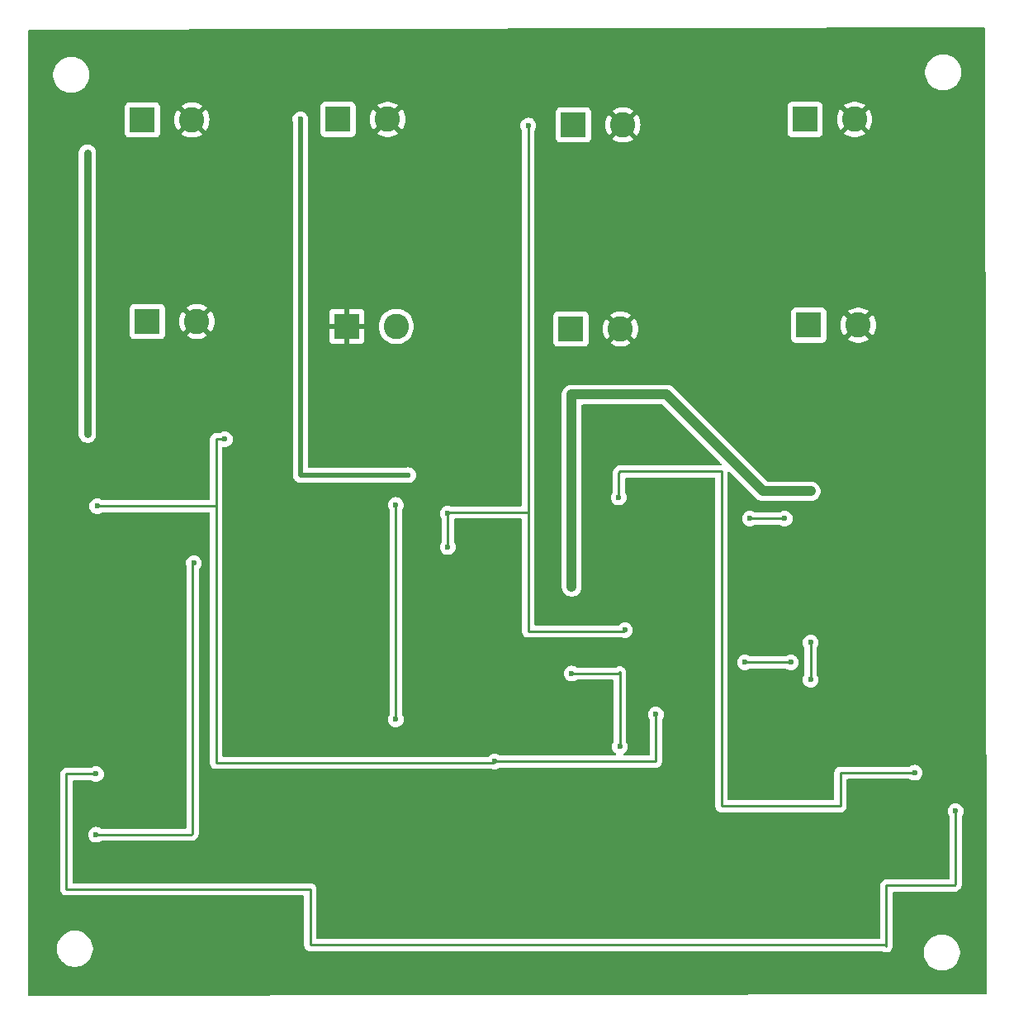
<source format=gbr>
%TF.GenerationSoftware,KiCad,Pcbnew,8.0.4*%
%TF.CreationDate,2024-10-22T18:55:11-05:00*%
%TF.ProjectId,PCB_split,5043425f-7370-46c6-9974-2e6b69636164,rev?*%
%TF.SameCoordinates,Original*%
%TF.FileFunction,Copper,L2,Bot*%
%TF.FilePolarity,Positive*%
%FSLAX46Y46*%
G04 Gerber Fmt 4.6, Leading zero omitted, Abs format (unit mm)*
G04 Created by KiCad (PCBNEW 8.0.4) date 2024-10-22 18:55:11*
%MOMM*%
%LPD*%
G01*
G04 APERTURE LIST*
%TA.AperFunction,ComponentPad*%
%ADD10C,2.600000*%
%TD*%
%TA.AperFunction,ComponentPad*%
%ADD11R,2.600000X2.600000*%
%TD*%
%TA.AperFunction,ViaPad*%
%ADD12C,0.600000*%
%TD*%
%TA.AperFunction,Conductor*%
%ADD13C,0.254000*%
%TD*%
%TA.AperFunction,Conductor*%
%ADD14C,0.508000*%
%TD*%
%TA.AperFunction,Conductor*%
%ADD15C,1.016000*%
%TD*%
%TA.AperFunction,Conductor*%
%ADD16C,0.762000*%
%TD*%
G04 APERTURE END LIST*
D10*
%TO.P,J6,2,Pin_2*%
%TO.N,GND*%
X149282150Y-63373000D03*
D11*
%TO.P,J6,1,Pin_1*%
%TO.N,+12V*%
X144202150Y-63373000D03*
%TD*%
D10*
%TO.P,J7,2,Pin_2*%
%TO.N,GND*%
X173285150Y-41910000D03*
D11*
%TO.P,J7,1,Pin_1*%
%TO.N,+5V*%
X168205150Y-41910000D03*
%TD*%
D10*
%TO.P,J4,2,Pin_2*%
%TO.N,Net-(J4-Pin_2)*%
X126295150Y-63119000D03*
D11*
%TO.P,J4,1,Pin_1*%
%TO.N,GND*%
X121215150Y-63119000D03*
%TD*%
D10*
%TO.P,J2,2,Pin_2*%
%TO.N,GND*%
X105848150Y-62611000D03*
D11*
%TO.P,J2,1,Pin_1*%
%TO.N,+12V*%
X100768150Y-62611000D03*
%TD*%
D10*
%TO.P,J5,2,Pin_2*%
%TO.N,GND*%
X149531150Y-42469000D03*
D11*
%TO.P,J5,1,Pin_1*%
%TO.N,/VBAT_READ*%
X144451150Y-42469000D03*
%TD*%
D10*
%TO.P,J1,2,Pin_2*%
%TO.N,GND*%
X105335150Y-41961000D03*
D11*
%TO.P,J1,1,Pin_1*%
%TO.N,+5V*%
X100255150Y-41961000D03*
%TD*%
D10*
%TO.P,J8,2,Pin_2*%
%TO.N,GND*%
X173666150Y-62992000D03*
D11*
%TO.P,J8,1,Pin_1*%
%TO.N,+3V3*%
X168586150Y-62992000D03*
%TD*%
D10*
%TO.P,J3,2,Pin_2*%
%TO.N,GND*%
X125406150Y-41910000D03*
D11*
%TO.P,J3,1,Pin_1*%
%TO.N,+3V3*%
X120326150Y-41910000D03*
%TD*%
D12*
%TO.N,GND*%
X140208000Y-95885000D03*
X159512000Y-53975000D03*
X134874000Y-48260000D03*
X155702000Y-99695000D03*
X100584000Y-84836000D03*
X157099000Y-87376000D03*
X120269000Y-93853000D03*
X115951000Y-113538000D03*
%TO.N,+12V*%
X168783000Y-80010000D03*
X144272000Y-70104000D03*
%TO.N,Net-(D1-A)*%
X168783000Y-95504000D03*
X168783000Y-99314000D03*
X162560000Y-82804000D03*
X166116000Y-82804000D03*
%TO.N,/VBAT_READ*%
X149733000Y-94234000D03*
%TO.N,Net-(JP2-A)*%
X149225000Y-106172000D03*
X144272000Y-98679000D03*
%TO.N,Net-(F1-Pad2)*%
X162052000Y-97536000D03*
X166751000Y-97536000D03*
%TO.N,/VBAT_READ*%
X131572000Y-85725000D03*
%TO.N,Net-(J4-Pin_2)*%
X126238000Y-103378000D03*
X126238000Y-81407000D03*
%TO.N,Net-(JP1-A)*%
X152908000Y-102870000D03*
X136398000Y-107696000D03*
%TO.N,/FB*%
X179451000Y-108839000D03*
X149098000Y-80645000D03*
%TO.N,/SS*%
X183642000Y-112776000D03*
X95504000Y-108966000D03*
%TO.N,Net-(JP2-A)*%
X105537000Y-87376000D03*
X95504000Y-115189000D03*
%TO.N,Net-(JP1-A)*%
X108712000Y-74676000D03*
X95631000Y-81534000D03*
%TO.N,/VBAT_READ*%
X131572000Y-82296000D03*
X139827000Y-42545000D03*
%TO.N,+12V*%
X144272000Y-89789000D03*
%TO.N,+3V3*%
X116459000Y-41910000D03*
X127508000Y-78359000D03*
%TO.N,+5V*%
X94615000Y-74168000D03*
X94615000Y-45339000D03*
%TD*%
D13*
%TO.N,/VBAT_READ*%
X139827000Y-82169000D02*
X139827000Y-42545000D01*
D14*
%TO.N,+3V3*%
X127508000Y-78359000D02*
X116459000Y-78359000D01*
X116459000Y-78359000D02*
X116459000Y-41910000D01*
D15*
%TO.N,+12V*%
X168783000Y-80010000D02*
X163903000Y-80010000D01*
X163903000Y-80010000D02*
X153997000Y-70104000D01*
X153997000Y-70104000D02*
X144272000Y-70104000D01*
X144272000Y-70104000D02*
X144272000Y-89789000D01*
D13*
%TO.N,Net-(D1-A)*%
X168783000Y-95504000D02*
X168783000Y-99314000D01*
X162560000Y-82804000D02*
X166116000Y-82804000D01*
%TO.N,/VBAT_READ*%
X149606000Y-94361000D02*
X149733000Y-94234000D01*
X139827000Y-94361000D02*
X149606000Y-94361000D01*
X139827000Y-82169000D02*
X139827000Y-94361000D01*
%TO.N,Net-(JP2-A)*%
X144272000Y-98679000D02*
X149098000Y-98679000D01*
X149098000Y-98679000D02*
X149225000Y-98552000D01*
X149225000Y-98552000D02*
X149225000Y-106172000D01*
%TO.N,Net-(F1-Pad2)*%
X162052000Y-97536000D02*
X166751000Y-97536000D01*
%TO.N,/VBAT_READ*%
X131572000Y-82296000D02*
X131572000Y-85725000D01*
%TO.N,Net-(J4-Pin_2)*%
X126238000Y-81407000D02*
X126238000Y-103378000D01*
%TO.N,Net-(JP1-A)*%
X152908000Y-107696000D02*
X152908000Y-102870000D01*
X136398000Y-107696000D02*
X152908000Y-107696000D01*
X136271000Y-107823000D02*
X136398000Y-107696000D01*
X107823000Y-107823000D02*
X136271000Y-107823000D01*
X107823000Y-81534000D02*
X107823000Y-107823000D01*
%TO.N,/FB*%
X149098000Y-80645000D02*
X149098000Y-78105000D01*
X171831000Y-108839000D02*
X179451000Y-108839000D01*
X149225000Y-77978000D02*
X159639000Y-77978000D01*
X159639000Y-77978000D02*
X159639000Y-112268000D01*
X171831000Y-112268000D02*
X171831000Y-108839000D01*
X149098000Y-78105000D02*
X149225000Y-77978000D01*
X159639000Y-112268000D02*
X171831000Y-112268000D01*
%TO.N,/SS*%
X95504000Y-108966000D02*
X92456000Y-108966000D01*
X92456000Y-120777000D02*
X117475000Y-120777000D01*
X117475000Y-120777000D02*
X117475000Y-126492000D01*
X183642000Y-120269000D02*
X183642000Y-112776000D01*
X176403000Y-126492000D02*
X176530000Y-126619000D01*
X92456000Y-108966000D02*
X92456000Y-120777000D01*
X176530000Y-126619000D02*
X176530000Y-120396000D01*
X117475000Y-126492000D02*
X176403000Y-126492000D01*
X176530000Y-120396000D02*
X183515000Y-120396000D01*
X183515000Y-120396000D02*
X183642000Y-120269000D01*
%TO.N,Net-(JP2-A)*%
X105410000Y-115062000D02*
X105410000Y-87503000D01*
X95504000Y-115189000D02*
X105283000Y-115189000D01*
X105410000Y-87503000D02*
X105537000Y-87376000D01*
X105283000Y-115189000D02*
X105410000Y-115062000D01*
%TO.N,Net-(JP1-A)*%
X95631000Y-81534000D02*
X107823000Y-81534000D01*
X107823000Y-74676000D02*
X108712000Y-74676000D01*
X107823000Y-81534000D02*
X107823000Y-74676000D01*
%TO.N,/VBAT_READ*%
X131699000Y-82169000D02*
X131572000Y-82296000D01*
X139827000Y-82169000D02*
X131699000Y-82169000D01*
D16*
%TO.N,+5V*%
X94615000Y-45339000D02*
X94615000Y-74168000D01*
%TD*%
%TA.AperFunction,Conductor*%
%TO.N,GND*%
G36*
X186632928Y-32531832D02*
G01*
X186678820Y-32584518D01*
X186690159Y-32636162D01*
X186816841Y-131448001D01*
X186797242Y-131515066D01*
X186744497Y-131560888D01*
X186693001Y-131572160D01*
X88643160Y-131698839D01*
X88576095Y-131679241D01*
X88530272Y-131626496D01*
X88519000Y-131574839D01*
X88519000Y-126751711D01*
X91494500Y-126751711D01*
X91494500Y-126994288D01*
X91526161Y-127234785D01*
X91588947Y-127469104D01*
X91649706Y-127615789D01*
X91681776Y-127693212D01*
X91803064Y-127903289D01*
X91803066Y-127903292D01*
X91803067Y-127903293D01*
X91950733Y-128095736D01*
X91950739Y-128095743D01*
X92122256Y-128267260D01*
X92122262Y-128267265D01*
X92314711Y-128414936D01*
X92524788Y-128536224D01*
X92748900Y-128629054D01*
X92983211Y-128691838D01*
X93163586Y-128715584D01*
X93223711Y-128723500D01*
X93223712Y-128723500D01*
X93466289Y-128723500D01*
X93514388Y-128717167D01*
X93706789Y-128691838D01*
X93941100Y-128629054D01*
X94165212Y-128536224D01*
X94375289Y-128414936D01*
X94567738Y-128267265D01*
X94739265Y-128095738D01*
X94886936Y-127903289D01*
X95008224Y-127693212D01*
X95101054Y-127469100D01*
X95163838Y-127234789D01*
X95195500Y-126994288D01*
X95195500Y-126751712D01*
X95163838Y-126511211D01*
X95101054Y-126276900D01*
X95008224Y-126052788D01*
X94886936Y-125842711D01*
X94739265Y-125650262D01*
X94739260Y-125650256D01*
X94567743Y-125478739D01*
X94567736Y-125478733D01*
X94375293Y-125331067D01*
X94375292Y-125331066D01*
X94375289Y-125331064D01*
X94165212Y-125209776D01*
X94165205Y-125209773D01*
X93941104Y-125116947D01*
X93706785Y-125054161D01*
X93466289Y-125022500D01*
X93466288Y-125022500D01*
X93223712Y-125022500D01*
X93223711Y-125022500D01*
X92983214Y-125054161D01*
X92748895Y-125116947D01*
X92524794Y-125209773D01*
X92524785Y-125209777D01*
X92314706Y-125331067D01*
X92122263Y-125478733D01*
X92122256Y-125478739D01*
X91950739Y-125650256D01*
X91950733Y-125650263D01*
X91803067Y-125842706D01*
X91681777Y-126052785D01*
X91681773Y-126052794D01*
X91588947Y-126276895D01*
X91526161Y-126511214D01*
X91494500Y-126751711D01*
X88519000Y-126751711D01*
X88519000Y-120838805D01*
X91828499Y-120838805D01*
X91852613Y-120960029D01*
X91852614Y-120960032D01*
X91852615Y-120960035D01*
X91861158Y-120980660D01*
X91899913Y-121074226D01*
X91899920Y-121074239D01*
X91968588Y-121177007D01*
X91968591Y-121177011D01*
X92055988Y-121264408D01*
X92055992Y-121264411D01*
X92158760Y-121333079D01*
X92158773Y-121333086D01*
X92272960Y-121380383D01*
X92272965Y-121380385D01*
X92272969Y-121380385D01*
X92272970Y-121380386D01*
X92394194Y-121404500D01*
X92394197Y-121404500D01*
X92517803Y-121404500D01*
X116723500Y-121404500D01*
X116790539Y-121424185D01*
X116836294Y-121476989D01*
X116847500Y-121528500D01*
X116847500Y-126430197D01*
X116847500Y-126553803D01*
X116847500Y-126553805D01*
X116847499Y-126553805D01*
X116871613Y-126675029D01*
X116871616Y-126675039D01*
X116918913Y-126789226D01*
X116918920Y-126789239D01*
X116987588Y-126892007D01*
X116987591Y-126892011D01*
X117074988Y-126979408D01*
X117074992Y-126979411D01*
X117177760Y-127048079D01*
X117177773Y-127048086D01*
X117291960Y-127095383D01*
X117291965Y-127095385D01*
X117291969Y-127095385D01*
X117291970Y-127095386D01*
X117413194Y-127119500D01*
X117413197Y-127119500D01*
X176111966Y-127119500D01*
X176179005Y-127139185D01*
X176180857Y-127140398D01*
X176232767Y-127175083D01*
X176346965Y-127222385D01*
X176346969Y-127222385D01*
X176346970Y-127222386D01*
X176468194Y-127246500D01*
X176468197Y-127246500D01*
X176591805Y-127246500D01*
X176673361Y-127230276D01*
X176713035Y-127222385D01*
X176827233Y-127175083D01*
X176890647Y-127132711D01*
X180394500Y-127132711D01*
X180394500Y-127375288D01*
X180426161Y-127615785D01*
X180488947Y-127850104D01*
X180510979Y-127903293D01*
X180581776Y-128074212D01*
X180703064Y-128284289D01*
X180703066Y-128284292D01*
X180703067Y-128284293D01*
X180850733Y-128476736D01*
X180850739Y-128476743D01*
X181022256Y-128648260D01*
X181022263Y-128648266D01*
X181120310Y-128723500D01*
X181214711Y-128795936D01*
X181424788Y-128917224D01*
X181648900Y-129010054D01*
X181883211Y-129072838D01*
X182063586Y-129096584D01*
X182123711Y-129104500D01*
X182123712Y-129104500D01*
X182366289Y-129104500D01*
X182414388Y-129098167D01*
X182606789Y-129072838D01*
X182841100Y-129010054D01*
X183065212Y-128917224D01*
X183275289Y-128795936D01*
X183467738Y-128648265D01*
X183639265Y-128476738D01*
X183786936Y-128284289D01*
X183908224Y-128074212D01*
X184001054Y-127850100D01*
X184063838Y-127615789D01*
X184095500Y-127375288D01*
X184095500Y-127132712D01*
X184092037Y-127106411D01*
X184075318Y-126979411D01*
X184063838Y-126892211D01*
X184001054Y-126657900D01*
X183908224Y-126433788D01*
X183786936Y-126223711D01*
X183655787Y-126052794D01*
X183639266Y-126031263D01*
X183639260Y-126031256D01*
X183467743Y-125859739D01*
X183467736Y-125859733D01*
X183275293Y-125712067D01*
X183275292Y-125712066D01*
X183275289Y-125712064D01*
X183065212Y-125590776D01*
X183065205Y-125590773D01*
X182841104Y-125497947D01*
X182606785Y-125435161D01*
X182366289Y-125403500D01*
X182366288Y-125403500D01*
X182123712Y-125403500D01*
X182123711Y-125403500D01*
X181883214Y-125435161D01*
X181648895Y-125497947D01*
X181424794Y-125590773D01*
X181424785Y-125590777D01*
X181214706Y-125712067D01*
X181022263Y-125859733D01*
X181022256Y-125859739D01*
X180850739Y-126031256D01*
X180850733Y-126031263D01*
X180703067Y-126223706D01*
X180581777Y-126433785D01*
X180581773Y-126433794D01*
X180488947Y-126657895D01*
X180426161Y-126892214D01*
X180394500Y-127132711D01*
X176890647Y-127132711D01*
X176930008Y-127106411D01*
X177017411Y-127019008D01*
X177086083Y-126916233D01*
X177133385Y-126802035D01*
X177157500Y-126680803D01*
X177157500Y-121147500D01*
X177177185Y-121080461D01*
X177229989Y-121034706D01*
X177281500Y-121023500D01*
X183576804Y-121023500D01*
X183576805Y-121023499D01*
X183698035Y-120999386D01*
X183793035Y-120960035D01*
X183812233Y-120952083D01*
X183915008Y-120883411D01*
X184002411Y-120796008D01*
X184129411Y-120669008D01*
X184179553Y-120593965D01*
X184179557Y-120593960D01*
X184198078Y-120566240D01*
X184198083Y-120566233D01*
X184245385Y-120452035D01*
X184268825Y-120334197D01*
X184269500Y-120330805D01*
X184269500Y-113317671D01*
X184288507Y-113251698D01*
X184367788Y-113125524D01*
X184427368Y-112955254D01*
X184427369Y-112955249D01*
X184447565Y-112776003D01*
X184447565Y-112775996D01*
X184427369Y-112596750D01*
X184427368Y-112596745D01*
X184367788Y-112426476D01*
X184271815Y-112273737D01*
X184144262Y-112146184D01*
X183991523Y-112050211D01*
X183821254Y-111990631D01*
X183821249Y-111990630D01*
X183642004Y-111970435D01*
X183641996Y-111970435D01*
X183462750Y-111990630D01*
X183462745Y-111990631D01*
X183292476Y-112050211D01*
X183139737Y-112146184D01*
X183012184Y-112273737D01*
X182916211Y-112426476D01*
X182856631Y-112596745D01*
X182856630Y-112596750D01*
X182836435Y-112775996D01*
X182836435Y-112776003D01*
X182856630Y-112955249D01*
X182856631Y-112955254D01*
X182916211Y-113125524D01*
X182995493Y-113251698D01*
X183014500Y-113317671D01*
X183014500Y-119644500D01*
X182994815Y-119711539D01*
X182942011Y-119757294D01*
X182890500Y-119768500D01*
X176468195Y-119768500D01*
X176346970Y-119792613D01*
X176346960Y-119792616D01*
X176232773Y-119839913D01*
X176232760Y-119839920D01*
X176129992Y-119908588D01*
X176129988Y-119908591D01*
X176042591Y-119995988D01*
X176042588Y-119995992D01*
X175973920Y-120098760D01*
X175973913Y-120098773D01*
X175926616Y-120212960D01*
X175926613Y-120212970D01*
X175902500Y-120334194D01*
X175902500Y-125740500D01*
X175882815Y-125807539D01*
X175830011Y-125853294D01*
X175778500Y-125864500D01*
X118226500Y-125864500D01*
X118159461Y-125844815D01*
X118113706Y-125792011D01*
X118102500Y-125740500D01*
X118102500Y-120715194D01*
X118078386Y-120593970D01*
X118078385Y-120593966D01*
X118078385Y-120593965D01*
X118066895Y-120566226D01*
X118031086Y-120479773D01*
X118031079Y-120479760D01*
X117962411Y-120376992D01*
X117962408Y-120376988D01*
X117875011Y-120289591D01*
X117875007Y-120289588D01*
X117772239Y-120220920D01*
X117772226Y-120220913D01*
X117658039Y-120173616D01*
X117658029Y-120173613D01*
X117536805Y-120149500D01*
X117536803Y-120149500D01*
X93207500Y-120149500D01*
X93140461Y-120129815D01*
X93094706Y-120077011D01*
X93083500Y-120025500D01*
X93083500Y-115188996D01*
X94698435Y-115188996D01*
X94698435Y-115189003D01*
X94718630Y-115368249D01*
X94718631Y-115368254D01*
X94778211Y-115538523D01*
X94809933Y-115589008D01*
X94874184Y-115691262D01*
X95001738Y-115818816D01*
X95154478Y-115914789D01*
X95324745Y-115974368D01*
X95324750Y-115974369D01*
X95503996Y-115994565D01*
X95504000Y-115994565D01*
X95504004Y-115994565D01*
X95683249Y-115974369D01*
X95683252Y-115974368D01*
X95683255Y-115974368D01*
X95853522Y-115914789D01*
X95979700Y-115835505D01*
X96045672Y-115816500D01*
X105344804Y-115816500D01*
X105344805Y-115816499D01*
X105466035Y-115792386D01*
X105546784Y-115758937D01*
X105580233Y-115745083D01*
X105683008Y-115676411D01*
X105770411Y-115589008D01*
X105897411Y-115462008D01*
X105966083Y-115359233D01*
X106013385Y-115245035D01*
X106037500Y-115123803D01*
X106037500Y-88058940D01*
X106057185Y-87991901D01*
X106073819Y-87971259D01*
X106166816Y-87878262D01*
X106262789Y-87725522D01*
X106322368Y-87555255D01*
X106342565Y-87376000D01*
X106322368Y-87196745D01*
X106262789Y-87026478D01*
X106166816Y-86873738D01*
X106039262Y-86746184D01*
X105886523Y-86650211D01*
X105716254Y-86590631D01*
X105716249Y-86590630D01*
X105537004Y-86570435D01*
X105536996Y-86570435D01*
X105357750Y-86590630D01*
X105357745Y-86590631D01*
X105187476Y-86650211D01*
X105034737Y-86746184D01*
X104907184Y-86873737D01*
X104811211Y-87026476D01*
X104751631Y-87196745D01*
X104751630Y-87196750D01*
X104731435Y-87375996D01*
X104731435Y-87376003D01*
X104751630Y-87555246D01*
X104751632Y-87555256D01*
X104775541Y-87623582D01*
X104782500Y-87664537D01*
X104782500Y-114437500D01*
X104762815Y-114504539D01*
X104710011Y-114550294D01*
X104658500Y-114561500D01*
X96045672Y-114561500D01*
X95979700Y-114542494D01*
X95853523Y-114463211D01*
X95683254Y-114403631D01*
X95683249Y-114403630D01*
X95504004Y-114383435D01*
X95503996Y-114383435D01*
X95324750Y-114403630D01*
X95324745Y-114403631D01*
X95154476Y-114463211D01*
X95001737Y-114559184D01*
X94874184Y-114686737D01*
X94778211Y-114839476D01*
X94718631Y-115009745D01*
X94718630Y-115009750D01*
X94698435Y-115188996D01*
X93083500Y-115188996D01*
X93083500Y-109717500D01*
X93103185Y-109650461D01*
X93155989Y-109604706D01*
X93207500Y-109593500D01*
X94962328Y-109593500D01*
X95028300Y-109612506D01*
X95079321Y-109644565D01*
X95154478Y-109691789D01*
X95227956Y-109717500D01*
X95324745Y-109751368D01*
X95324750Y-109751369D01*
X95503996Y-109771565D01*
X95504000Y-109771565D01*
X95504004Y-109771565D01*
X95683249Y-109751369D01*
X95683252Y-109751368D01*
X95683255Y-109751368D01*
X95853522Y-109691789D01*
X96006262Y-109595816D01*
X96133816Y-109468262D01*
X96229789Y-109315522D01*
X96289368Y-109145255D01*
X96289369Y-109145249D01*
X96309565Y-108966003D01*
X96309565Y-108965996D01*
X96289369Y-108786750D01*
X96289368Y-108786745D01*
X96248083Y-108668760D01*
X96229789Y-108616478D01*
X96133816Y-108463738D01*
X96006262Y-108336184D01*
X95853523Y-108240211D01*
X95683254Y-108180631D01*
X95683249Y-108180630D01*
X95504004Y-108160435D01*
X95503996Y-108160435D01*
X95324750Y-108180630D01*
X95324745Y-108180631D01*
X95154476Y-108240211D01*
X95028300Y-108319494D01*
X94962328Y-108338500D01*
X92394195Y-108338500D01*
X92272970Y-108362613D01*
X92272960Y-108362616D01*
X92158773Y-108409913D01*
X92158760Y-108409920D01*
X92055992Y-108478588D01*
X92055988Y-108478591D01*
X91968591Y-108565988D01*
X91968588Y-108565992D01*
X91899920Y-108668760D01*
X91899913Y-108668773D01*
X91852616Y-108782960D01*
X91852613Y-108782970D01*
X91828500Y-108904194D01*
X91828500Y-108904197D01*
X91828500Y-120838803D01*
X91828500Y-120838805D01*
X91828499Y-120838805D01*
X88519000Y-120838805D01*
X88519000Y-81533996D01*
X94825435Y-81533996D01*
X94825435Y-81534003D01*
X94845630Y-81713249D01*
X94845631Y-81713254D01*
X94905211Y-81883523D01*
X94944769Y-81946478D01*
X95001184Y-82036262D01*
X95128738Y-82163816D01*
X95155300Y-82180506D01*
X95240417Y-82233989D01*
X95281478Y-82259789D01*
X95451745Y-82319368D01*
X95451750Y-82319369D01*
X95630996Y-82339565D01*
X95631000Y-82339565D01*
X95631004Y-82339565D01*
X95810249Y-82319369D01*
X95810252Y-82319368D01*
X95810255Y-82319368D01*
X95980522Y-82259789D01*
X96106700Y-82180505D01*
X96172672Y-82161500D01*
X107071500Y-82161500D01*
X107138539Y-82181185D01*
X107184294Y-82233989D01*
X107195500Y-82285500D01*
X107195500Y-107884803D01*
X107195500Y-107884805D01*
X107195499Y-107884805D01*
X107219613Y-108006029D01*
X107219616Y-108006039D01*
X107266913Y-108120226D01*
X107266920Y-108120239D01*
X107335588Y-108223007D01*
X107335591Y-108223011D01*
X107422988Y-108310408D01*
X107422992Y-108310411D01*
X107525760Y-108379079D01*
X107525773Y-108379086D01*
X107628867Y-108421788D01*
X107639965Y-108426385D01*
X107639969Y-108426385D01*
X107639970Y-108426386D01*
X107761194Y-108450500D01*
X107761197Y-108450500D01*
X107884803Y-108450500D01*
X136109460Y-108450500D01*
X136150415Y-108457459D01*
X136218737Y-108481366D01*
X136218743Y-108481367D01*
X136218745Y-108481368D01*
X136218746Y-108481368D01*
X136218750Y-108481369D01*
X136397996Y-108501565D01*
X136398000Y-108501565D01*
X136398004Y-108501565D01*
X136577249Y-108481369D01*
X136577252Y-108481368D01*
X136577255Y-108481368D01*
X136747522Y-108421789D01*
X136873700Y-108342505D01*
X136939672Y-108323500D01*
X152969805Y-108323500D01*
X153051361Y-108307276D01*
X153091035Y-108299385D01*
X153205233Y-108252083D01*
X153308008Y-108183411D01*
X153395411Y-108096008D01*
X153464083Y-107993233D01*
X153511385Y-107879035D01*
X153535500Y-107757803D01*
X153535500Y-103411671D01*
X153554507Y-103345698D01*
X153633788Y-103219524D01*
X153693368Y-103049254D01*
X153693369Y-103049249D01*
X153713565Y-102870003D01*
X153713565Y-102869996D01*
X153693369Y-102690750D01*
X153693368Y-102690745D01*
X153633788Y-102520476D01*
X153537815Y-102367737D01*
X153410262Y-102240184D01*
X153257523Y-102144211D01*
X153087254Y-102084631D01*
X153087249Y-102084630D01*
X152908004Y-102064435D01*
X152907996Y-102064435D01*
X152728750Y-102084630D01*
X152728745Y-102084631D01*
X152558476Y-102144211D01*
X152405737Y-102240184D01*
X152278184Y-102367737D01*
X152182211Y-102520476D01*
X152122631Y-102690745D01*
X152122630Y-102690750D01*
X152102435Y-102869996D01*
X152102435Y-102870003D01*
X152122630Y-103049249D01*
X152122631Y-103049254D01*
X152182211Y-103219524D01*
X152261493Y-103345698D01*
X152280500Y-103411671D01*
X152280500Y-106944500D01*
X152260815Y-107011539D01*
X152208011Y-107057294D01*
X152156500Y-107068500D01*
X149733251Y-107068500D01*
X149666212Y-107048815D01*
X149620457Y-106996011D01*
X149610513Y-106926853D01*
X149639538Y-106863297D01*
X149667278Y-106839507D01*
X149727260Y-106801817D01*
X149727259Y-106801817D01*
X149727262Y-106801816D01*
X149854816Y-106674262D01*
X149950789Y-106521522D01*
X150010368Y-106351255D01*
X150030565Y-106172000D01*
X150010368Y-105992745D01*
X149950789Y-105822478D01*
X149871505Y-105696299D01*
X149852500Y-105630328D01*
X149852500Y-98490194D01*
X149828386Y-98368970D01*
X149828385Y-98368969D01*
X149828385Y-98368965D01*
X149783992Y-98261789D01*
X149781086Y-98254773D01*
X149781079Y-98254760D01*
X149712411Y-98151992D01*
X149712408Y-98151988D01*
X149625011Y-98064591D01*
X149625007Y-98064588D01*
X149522239Y-97995920D01*
X149522226Y-97995913D01*
X149408039Y-97948616D01*
X149408029Y-97948613D01*
X149286805Y-97924500D01*
X149286803Y-97924500D01*
X149163197Y-97924500D01*
X149163195Y-97924500D01*
X149041970Y-97948613D01*
X149041960Y-97948616D01*
X148927774Y-97995913D01*
X148927763Y-97995919D01*
X148875855Y-98030603D01*
X148809177Y-98051480D01*
X148806965Y-98051500D01*
X144813672Y-98051500D01*
X144747700Y-98032494D01*
X144621523Y-97953211D01*
X144451254Y-97893631D01*
X144451249Y-97893630D01*
X144272004Y-97873435D01*
X144271996Y-97873435D01*
X144092750Y-97893630D01*
X144092745Y-97893631D01*
X143922476Y-97953211D01*
X143769737Y-98049184D01*
X143642184Y-98176737D01*
X143546211Y-98329476D01*
X143486631Y-98499745D01*
X143486630Y-98499750D01*
X143466435Y-98678996D01*
X143466435Y-98679003D01*
X143486630Y-98858249D01*
X143486631Y-98858254D01*
X143546211Y-99028523D01*
X143642184Y-99181262D01*
X143769738Y-99308816D01*
X143796300Y-99325506D01*
X143881417Y-99378989D01*
X143922478Y-99404789D01*
X143995956Y-99430500D01*
X144092745Y-99464368D01*
X144092750Y-99464369D01*
X144271996Y-99484565D01*
X144272000Y-99484565D01*
X144272004Y-99484565D01*
X144451249Y-99464369D01*
X144451252Y-99464368D01*
X144451255Y-99464368D01*
X144621522Y-99404789D01*
X144747700Y-99325505D01*
X144813672Y-99306500D01*
X148473500Y-99306500D01*
X148540539Y-99326185D01*
X148586294Y-99378989D01*
X148597500Y-99430500D01*
X148597500Y-105630328D01*
X148578494Y-105696300D01*
X148499211Y-105822476D01*
X148439631Y-105992745D01*
X148439630Y-105992750D01*
X148419435Y-106171996D01*
X148419435Y-106172003D01*
X148439630Y-106351249D01*
X148439631Y-106351254D01*
X148499211Y-106521523D01*
X148595184Y-106674262D01*
X148722739Y-106801817D01*
X148782722Y-106839507D01*
X148829012Y-106891841D01*
X148839660Y-106960895D01*
X148811285Y-107024743D01*
X148752895Y-107063115D01*
X148716749Y-107068500D01*
X136939672Y-107068500D01*
X136873700Y-107049494D01*
X136747523Y-106970211D01*
X136577254Y-106910631D01*
X136577249Y-106910630D01*
X136398004Y-106890435D01*
X136397996Y-106890435D01*
X136218750Y-106910630D01*
X136218745Y-106910631D01*
X136048476Y-106970211D01*
X135895739Y-107066183D01*
X135802740Y-107159182D01*
X135741416Y-107192666D01*
X135715059Y-107195500D01*
X108574500Y-107195500D01*
X108507461Y-107175815D01*
X108461706Y-107123011D01*
X108450500Y-107071500D01*
X108450500Y-81406996D01*
X125432435Y-81406996D01*
X125432435Y-81407003D01*
X125452630Y-81586249D01*
X125452631Y-81586254D01*
X125512211Y-81756524D01*
X125591493Y-81882698D01*
X125610500Y-81948671D01*
X125610500Y-102836328D01*
X125591494Y-102902300D01*
X125512211Y-103028476D01*
X125452631Y-103198745D01*
X125452630Y-103198750D01*
X125432435Y-103377996D01*
X125432435Y-103378003D01*
X125452630Y-103557249D01*
X125452631Y-103557254D01*
X125512211Y-103727523D01*
X125608184Y-103880262D01*
X125735738Y-104007816D01*
X125888478Y-104103789D01*
X126058745Y-104163368D01*
X126058750Y-104163369D01*
X126237996Y-104183565D01*
X126238000Y-104183565D01*
X126238004Y-104183565D01*
X126417249Y-104163369D01*
X126417252Y-104163368D01*
X126417255Y-104163368D01*
X126587522Y-104103789D01*
X126740262Y-104007816D01*
X126867816Y-103880262D01*
X126963789Y-103727522D01*
X127023368Y-103557255D01*
X127023369Y-103557249D01*
X127043565Y-103378003D01*
X127043565Y-103377996D01*
X127023369Y-103198750D01*
X127023368Y-103198745D01*
X126963788Y-103028476D01*
X126884506Y-102902300D01*
X126865500Y-102836328D01*
X126865500Y-82295996D01*
X130766435Y-82295996D01*
X130766435Y-82296003D01*
X130786630Y-82475249D01*
X130786631Y-82475254D01*
X130846211Y-82645524D01*
X130925493Y-82771698D01*
X130944500Y-82837671D01*
X130944500Y-85183328D01*
X130925494Y-85249300D01*
X130846211Y-85375476D01*
X130786631Y-85545745D01*
X130786630Y-85545750D01*
X130766435Y-85724996D01*
X130766435Y-85725003D01*
X130786630Y-85904249D01*
X130786631Y-85904254D01*
X130846211Y-86074523D01*
X130942184Y-86227262D01*
X131069738Y-86354816D01*
X131222478Y-86450789D01*
X131392745Y-86510368D01*
X131392750Y-86510369D01*
X131571996Y-86530565D01*
X131572000Y-86530565D01*
X131572004Y-86530565D01*
X131751249Y-86510369D01*
X131751252Y-86510368D01*
X131751255Y-86510368D01*
X131921522Y-86450789D01*
X132074262Y-86354816D01*
X132201816Y-86227262D01*
X132297789Y-86074522D01*
X132357368Y-85904255D01*
X132377565Y-85725000D01*
X132357368Y-85545745D01*
X132297789Y-85375478D01*
X132218505Y-85249299D01*
X132199500Y-85183328D01*
X132199500Y-82920500D01*
X132219185Y-82853461D01*
X132271989Y-82807706D01*
X132323500Y-82796500D01*
X139075500Y-82796500D01*
X139142539Y-82816185D01*
X139188294Y-82868989D01*
X139199500Y-82920500D01*
X139199500Y-94422803D01*
X139199500Y-94422805D01*
X139199499Y-94422805D01*
X139223613Y-94544029D01*
X139223616Y-94544039D01*
X139270913Y-94658226D01*
X139270920Y-94658239D01*
X139339588Y-94761007D01*
X139339591Y-94761011D01*
X139426988Y-94848408D01*
X139426992Y-94848411D01*
X139529760Y-94917079D01*
X139529773Y-94917086D01*
X139632867Y-94959788D01*
X139643965Y-94964385D01*
X139643969Y-94964385D01*
X139643970Y-94964386D01*
X139765194Y-94988500D01*
X139765197Y-94988500D01*
X139888803Y-94988500D01*
X149444460Y-94988500D01*
X149485415Y-94995459D01*
X149553737Y-95019366D01*
X149553743Y-95019367D01*
X149553745Y-95019368D01*
X149553746Y-95019368D01*
X149553750Y-95019369D01*
X149732996Y-95039565D01*
X149733000Y-95039565D01*
X149733004Y-95039565D01*
X149912249Y-95019369D01*
X149912252Y-95019368D01*
X149912255Y-95019368D01*
X150082522Y-94959789D01*
X150235262Y-94863816D01*
X150362816Y-94736262D01*
X150458789Y-94583522D01*
X150518368Y-94413255D01*
X150538565Y-94234000D01*
X150518368Y-94054745D01*
X150458789Y-93884478D01*
X150362816Y-93731738D01*
X150235262Y-93604184D01*
X150235260Y-93604183D01*
X150082523Y-93508211D01*
X149912254Y-93448631D01*
X149912249Y-93448630D01*
X149733004Y-93428435D01*
X149732996Y-93428435D01*
X149553750Y-93448630D01*
X149553745Y-93448631D01*
X149383476Y-93508211D01*
X149230739Y-93604183D01*
X149137740Y-93697182D01*
X149076416Y-93730666D01*
X149050059Y-93733500D01*
X140578500Y-93733500D01*
X140511461Y-93713815D01*
X140465706Y-93661011D01*
X140454500Y-93609500D01*
X140454500Y-70004666D01*
X143263500Y-70004666D01*
X143263500Y-89888333D01*
X143302254Y-90083161D01*
X143302256Y-90083169D01*
X143378277Y-90266701D01*
X143378282Y-90266710D01*
X143488646Y-90431880D01*
X143488649Y-90431884D01*
X143629115Y-90572350D01*
X143629119Y-90572353D01*
X143794289Y-90682717D01*
X143794295Y-90682720D01*
X143794296Y-90682721D01*
X143977831Y-90758744D01*
X144172666Y-90797499D01*
X144172670Y-90797500D01*
X144172671Y-90797500D01*
X144371330Y-90797500D01*
X144371331Y-90797499D01*
X144566169Y-90758744D01*
X144749704Y-90682721D01*
X144914881Y-90572353D01*
X145055353Y-90431881D01*
X145165721Y-90266704D01*
X145241744Y-90083169D01*
X145280500Y-89888329D01*
X145280500Y-71236500D01*
X145300185Y-71169461D01*
X145352989Y-71123706D01*
X145404500Y-71112500D01*
X153527904Y-71112500D01*
X153594943Y-71132185D01*
X153615585Y-71148819D01*
X159605584Y-77138819D01*
X159639069Y-77200142D01*
X159634085Y-77269834D01*
X159592213Y-77325767D01*
X159526749Y-77350184D01*
X159517903Y-77350500D01*
X149163195Y-77350500D01*
X149041970Y-77374613D01*
X149041960Y-77374616D01*
X148927769Y-77421915D01*
X148844581Y-77477500D01*
X148844580Y-77477501D01*
X148824991Y-77490589D01*
X148783570Y-77532011D01*
X148697992Y-77617589D01*
X148654289Y-77661292D01*
X148610586Y-77704994D01*
X148610585Y-77704996D01*
X148541233Y-77808789D01*
X148539586Y-77813393D01*
X148497003Y-77916197D01*
X148494614Y-77921965D01*
X148478772Y-78001610D01*
X148478772Y-78001611D01*
X148470500Y-78043195D01*
X148470500Y-80103328D01*
X148451494Y-80169300D01*
X148372211Y-80295476D01*
X148312631Y-80465745D01*
X148312630Y-80465750D01*
X148292435Y-80644996D01*
X148292435Y-80645003D01*
X148312630Y-80824249D01*
X148312631Y-80824254D01*
X148372211Y-80994523D01*
X148411769Y-81057478D01*
X148468184Y-81147262D01*
X148595738Y-81274816D01*
X148748478Y-81370789D01*
X148918745Y-81430368D01*
X148918750Y-81430369D01*
X149097996Y-81450565D01*
X149098000Y-81450565D01*
X149098004Y-81450565D01*
X149277249Y-81430369D01*
X149277252Y-81430368D01*
X149277255Y-81430368D01*
X149447522Y-81370789D01*
X149600262Y-81274816D01*
X149727816Y-81147262D01*
X149823789Y-80994522D01*
X149883368Y-80824255D01*
X149885176Y-80808211D01*
X149903565Y-80645003D01*
X149903565Y-80644996D01*
X149883369Y-80465750D01*
X149883368Y-80465745D01*
X149823788Y-80295476D01*
X149744506Y-80169300D01*
X149725500Y-80103328D01*
X149725500Y-78729500D01*
X149745185Y-78662461D01*
X149797989Y-78616706D01*
X149849500Y-78605500D01*
X158887500Y-78605500D01*
X158954539Y-78625185D01*
X159000294Y-78677989D01*
X159011500Y-78729500D01*
X159011500Y-112206197D01*
X159011500Y-112329803D01*
X159011500Y-112329805D01*
X159011499Y-112329805D01*
X159035613Y-112451029D01*
X159035616Y-112451039D01*
X159082913Y-112565226D01*
X159082920Y-112565239D01*
X159151588Y-112668007D01*
X159151591Y-112668011D01*
X159238988Y-112755408D01*
X159238992Y-112755411D01*
X159341760Y-112824079D01*
X159341773Y-112824086D01*
X159455960Y-112871383D01*
X159455965Y-112871385D01*
X159455969Y-112871385D01*
X159455970Y-112871386D01*
X159577194Y-112895500D01*
X159577197Y-112895500D01*
X171892805Y-112895500D01*
X171974361Y-112879276D01*
X172014035Y-112871385D01*
X172128233Y-112824083D01*
X172231008Y-112755411D01*
X172318411Y-112668008D01*
X172387083Y-112565233D01*
X172434385Y-112451035D01*
X172458500Y-112329803D01*
X172458500Y-109590500D01*
X172478185Y-109523461D01*
X172530989Y-109477706D01*
X172582500Y-109466500D01*
X178909328Y-109466500D01*
X178975299Y-109485505D01*
X179101478Y-109564789D01*
X179271745Y-109624368D01*
X179271750Y-109624369D01*
X179450996Y-109644565D01*
X179451000Y-109644565D01*
X179451004Y-109644565D01*
X179630249Y-109624369D01*
X179630252Y-109624368D01*
X179630255Y-109624368D01*
X179800522Y-109564789D01*
X179953262Y-109468816D01*
X180080816Y-109341262D01*
X180176789Y-109188522D01*
X180236368Y-109018255D01*
X180236369Y-109018249D01*
X180256565Y-108839003D01*
X180256565Y-108838996D01*
X180236369Y-108659750D01*
X180236368Y-108659745D01*
X180221228Y-108616478D01*
X180176789Y-108489478D01*
X180169946Y-108478588D01*
X180134257Y-108421789D01*
X180080816Y-108336738D01*
X179953262Y-108209184D01*
X179907822Y-108180632D01*
X179800523Y-108113211D01*
X179630254Y-108053631D01*
X179630249Y-108053630D01*
X179451004Y-108033435D01*
X179450996Y-108033435D01*
X179271750Y-108053630D01*
X179271745Y-108053631D01*
X179101476Y-108113211D01*
X178975300Y-108192494D01*
X178909328Y-108211500D01*
X171769195Y-108211500D01*
X171647970Y-108235613D01*
X171647960Y-108235616D01*
X171533773Y-108282913D01*
X171533760Y-108282920D01*
X171430992Y-108351588D01*
X171430988Y-108351591D01*
X171343591Y-108438988D01*
X171343588Y-108438992D01*
X171274920Y-108541760D01*
X171274913Y-108541773D01*
X171227616Y-108655960D01*
X171227613Y-108655970D01*
X171203500Y-108777194D01*
X171203500Y-111516500D01*
X171183815Y-111583539D01*
X171131011Y-111629294D01*
X171079500Y-111640500D01*
X160390500Y-111640500D01*
X160323461Y-111620815D01*
X160277706Y-111568011D01*
X160266500Y-111516500D01*
X160266500Y-97535996D01*
X161246435Y-97535996D01*
X161246435Y-97536003D01*
X161266630Y-97715249D01*
X161266631Y-97715254D01*
X161326211Y-97885523D01*
X161418560Y-98032494D01*
X161422184Y-98038262D01*
X161549738Y-98165816D01*
X161576300Y-98182506D01*
X161691302Y-98254767D01*
X161702478Y-98261789D01*
X161872745Y-98321368D01*
X161872750Y-98321369D01*
X162051996Y-98341565D01*
X162052000Y-98341565D01*
X162052004Y-98341565D01*
X162231249Y-98321369D01*
X162231252Y-98321368D01*
X162231255Y-98321368D01*
X162401522Y-98261789D01*
X162527700Y-98182505D01*
X162593672Y-98163500D01*
X166209328Y-98163500D01*
X166275300Y-98182506D01*
X166390302Y-98254767D01*
X166401478Y-98261789D01*
X166571745Y-98321368D01*
X166571750Y-98321369D01*
X166750996Y-98341565D01*
X166751000Y-98341565D01*
X166751004Y-98341565D01*
X166930249Y-98321369D01*
X166930252Y-98321368D01*
X166930255Y-98321368D01*
X167100522Y-98261789D01*
X167253262Y-98165816D01*
X167380816Y-98038262D01*
X167476789Y-97885522D01*
X167536368Y-97715255D01*
X167556565Y-97536000D01*
X167536368Y-97356745D01*
X167476789Y-97186478D01*
X167380816Y-97033738D01*
X167253262Y-96906184D01*
X167226700Y-96889494D01*
X167100523Y-96810211D01*
X166930254Y-96750631D01*
X166930249Y-96750630D01*
X166751004Y-96730435D01*
X166750996Y-96730435D01*
X166571750Y-96750630D01*
X166571745Y-96750631D01*
X166401476Y-96810211D01*
X166275300Y-96889494D01*
X166209328Y-96908500D01*
X162593672Y-96908500D01*
X162527700Y-96889494D01*
X162401523Y-96810211D01*
X162231254Y-96750631D01*
X162231249Y-96750630D01*
X162052004Y-96730435D01*
X162051996Y-96730435D01*
X161872750Y-96750630D01*
X161872745Y-96750631D01*
X161702476Y-96810211D01*
X161549737Y-96906184D01*
X161422184Y-97033737D01*
X161326211Y-97186476D01*
X161266631Y-97356745D01*
X161266630Y-97356750D01*
X161246435Y-97535996D01*
X160266500Y-97535996D01*
X160266500Y-95503996D01*
X167977435Y-95503996D01*
X167977435Y-95504003D01*
X167997630Y-95683249D01*
X167997631Y-95683254D01*
X168057211Y-95853524D01*
X168136493Y-95979698D01*
X168155500Y-96045671D01*
X168155500Y-98772328D01*
X168136494Y-98838300D01*
X168057211Y-98964476D01*
X167997631Y-99134745D01*
X167997630Y-99134750D01*
X167977435Y-99313996D01*
X167977435Y-99314003D01*
X167997630Y-99493249D01*
X167997631Y-99493254D01*
X168057211Y-99663523D01*
X168153184Y-99816262D01*
X168280738Y-99943816D01*
X168433478Y-100039789D01*
X168603745Y-100099368D01*
X168603750Y-100099369D01*
X168782996Y-100119565D01*
X168783000Y-100119565D01*
X168783004Y-100119565D01*
X168962249Y-100099369D01*
X168962252Y-100099368D01*
X168962255Y-100099368D01*
X169132522Y-100039789D01*
X169285262Y-99943816D01*
X169412816Y-99816262D01*
X169508789Y-99663522D01*
X169568368Y-99493255D01*
X169588565Y-99314000D01*
X169573609Y-99181262D01*
X169568369Y-99134750D01*
X169568368Y-99134745D01*
X169508788Y-98964476D01*
X169429506Y-98838300D01*
X169410500Y-98772328D01*
X169410500Y-96045671D01*
X169429507Y-95979698D01*
X169508788Y-95853524D01*
X169568368Y-95683254D01*
X169568369Y-95683249D01*
X169588565Y-95504003D01*
X169588565Y-95503996D01*
X169568369Y-95324750D01*
X169568368Y-95324745D01*
X169508788Y-95154476D01*
X169423894Y-95019369D01*
X169412816Y-95001738D01*
X169285262Y-94874184D01*
X169132523Y-94778211D01*
X168962254Y-94718631D01*
X168962249Y-94718630D01*
X168783004Y-94698435D01*
X168782996Y-94698435D01*
X168603750Y-94718630D01*
X168603745Y-94718631D01*
X168433476Y-94778211D01*
X168280737Y-94874184D01*
X168153184Y-95001737D01*
X168057211Y-95154476D01*
X167997631Y-95324745D01*
X167997630Y-95324750D01*
X167977435Y-95503996D01*
X160266500Y-95503996D01*
X160266500Y-82803996D01*
X161754435Y-82803996D01*
X161754435Y-82804003D01*
X161774630Y-82983249D01*
X161774631Y-82983254D01*
X161834211Y-83153523D01*
X161930184Y-83306262D01*
X162057738Y-83433816D01*
X162210478Y-83529789D01*
X162380745Y-83589368D01*
X162380750Y-83589369D01*
X162559996Y-83609565D01*
X162560000Y-83609565D01*
X162560004Y-83609565D01*
X162739249Y-83589369D01*
X162739252Y-83589368D01*
X162739255Y-83589368D01*
X162909522Y-83529789D01*
X163035700Y-83450505D01*
X163101672Y-83431500D01*
X165574328Y-83431500D01*
X165640299Y-83450505D01*
X165766478Y-83529789D01*
X165936745Y-83589368D01*
X165936750Y-83589369D01*
X166115996Y-83609565D01*
X166116000Y-83609565D01*
X166116004Y-83609565D01*
X166295249Y-83589369D01*
X166295252Y-83589368D01*
X166295255Y-83589368D01*
X166465522Y-83529789D01*
X166618262Y-83433816D01*
X166745816Y-83306262D01*
X166841789Y-83153522D01*
X166901368Y-82983255D01*
X166915992Y-82853461D01*
X166921565Y-82804003D01*
X166921565Y-82803996D01*
X166901369Y-82624750D01*
X166901368Y-82624745D01*
X166841788Y-82454476D01*
X166756894Y-82319369D01*
X166745816Y-82301738D01*
X166618262Y-82174184D01*
X166465523Y-82078211D01*
X166295254Y-82018631D01*
X166295249Y-82018630D01*
X166116004Y-81998435D01*
X166115996Y-81998435D01*
X165936750Y-82018630D01*
X165936745Y-82018631D01*
X165766476Y-82078211D01*
X165640300Y-82157494D01*
X165574328Y-82176500D01*
X163101672Y-82176500D01*
X163035700Y-82157494D01*
X162909523Y-82078211D01*
X162739254Y-82018631D01*
X162739249Y-82018630D01*
X162560004Y-81998435D01*
X162559996Y-81998435D01*
X162380750Y-82018630D01*
X162380745Y-82018631D01*
X162210476Y-82078211D01*
X162057737Y-82174184D01*
X161930184Y-82301737D01*
X161834211Y-82454476D01*
X161774631Y-82624745D01*
X161774630Y-82624750D01*
X161754435Y-82803996D01*
X160266500Y-82803996D01*
X160266500Y-78099097D01*
X160286185Y-78032058D01*
X160338989Y-77986303D01*
X160408147Y-77976359D01*
X160471703Y-78005384D01*
X160478181Y-78011416D01*
X163260115Y-80793351D01*
X163260123Y-80793357D01*
X163425286Y-80903715D01*
X163425290Y-80903717D01*
X163425297Y-80903722D01*
X163518272Y-80942233D01*
X163608831Y-80979744D01*
X163803666Y-81018499D01*
X163803670Y-81018500D01*
X163803671Y-81018500D01*
X168882330Y-81018500D01*
X168882331Y-81018499D01*
X169077169Y-80979744D01*
X169260704Y-80903721D01*
X169425881Y-80793353D01*
X169566353Y-80652881D01*
X169676721Y-80487704D01*
X169752744Y-80304169D01*
X169791500Y-80109329D01*
X169791500Y-79910671D01*
X169752744Y-79715831D01*
X169676721Y-79532296D01*
X169676720Y-79532295D01*
X169676717Y-79532289D01*
X169566353Y-79367119D01*
X169566350Y-79367115D01*
X169425884Y-79226649D01*
X169425880Y-79226646D01*
X169260710Y-79116282D01*
X169260701Y-79116277D01*
X169077169Y-79040256D01*
X169077161Y-79040254D01*
X168882333Y-79001500D01*
X168882329Y-79001500D01*
X164372097Y-79001500D01*
X164305058Y-78981815D01*
X164284416Y-78965181D01*
X154639884Y-69320649D01*
X154639880Y-69320646D01*
X154474710Y-69210282D01*
X154474701Y-69210277D01*
X154291169Y-69134256D01*
X154291161Y-69134254D01*
X154096333Y-69095500D01*
X154096329Y-69095500D01*
X144371329Y-69095500D01*
X144172671Y-69095500D01*
X144172666Y-69095500D01*
X143977838Y-69134254D01*
X143977830Y-69134256D01*
X143794298Y-69210277D01*
X143794289Y-69210282D01*
X143629119Y-69320646D01*
X143629115Y-69320649D01*
X143488649Y-69461115D01*
X143488646Y-69461119D01*
X143378282Y-69626289D01*
X143378277Y-69626298D01*
X143302256Y-69809830D01*
X143302254Y-69809838D01*
X143263500Y-70004666D01*
X140454500Y-70004666D01*
X140454500Y-62025135D01*
X142401650Y-62025135D01*
X142401650Y-64720870D01*
X142401651Y-64720876D01*
X142408058Y-64780483D01*
X142458352Y-64915328D01*
X142458356Y-64915335D01*
X142544602Y-65030544D01*
X142544605Y-65030547D01*
X142659814Y-65116793D01*
X142659821Y-65116797D01*
X142794667Y-65167091D01*
X142794666Y-65167091D01*
X142801594Y-65167835D01*
X142854277Y-65173500D01*
X145550022Y-65173499D01*
X145609633Y-65167091D01*
X145744481Y-65116796D01*
X145859696Y-65030546D01*
X145945946Y-64915331D01*
X145996241Y-64780483D01*
X146002650Y-64720873D01*
X146002649Y-63372995D01*
X147477103Y-63372995D01*
X147477103Y-63373004D01*
X147497263Y-63642026D01*
X147497263Y-63642028D01*
X147557292Y-63905033D01*
X147557298Y-63905052D01*
X147655859Y-64156181D01*
X147655858Y-64156181D01*
X147790752Y-64389822D01*
X147844444Y-64457151D01*
X148681107Y-63620487D01*
X148706128Y-63680890D01*
X148777262Y-63787351D01*
X148867799Y-63877888D01*
X148974260Y-63949022D01*
X149034660Y-63974041D01*
X148196998Y-64811702D01*
X148379633Y-64936220D01*
X148379635Y-64936221D01*
X148622689Y-65053269D01*
X148622687Y-65053269D01*
X148880487Y-65132790D01*
X148880493Y-65132792D01*
X149147251Y-65172999D01*
X149147260Y-65173000D01*
X149417040Y-65173000D01*
X149417048Y-65172999D01*
X149683806Y-65132792D01*
X149683812Y-65132790D01*
X149941611Y-65053269D01*
X150184671Y-64936218D01*
X150367300Y-64811702D01*
X149529638Y-63974041D01*
X149590040Y-63949022D01*
X149696501Y-63877888D01*
X149787038Y-63787351D01*
X149858172Y-63680890D01*
X149883191Y-63620488D01*
X150719853Y-64457151D01*
X150719854Y-64457150D01*
X150773543Y-64389828D01*
X150773550Y-64389817D01*
X150908440Y-64156181D01*
X151007001Y-63905052D01*
X151007007Y-63905033D01*
X151067036Y-63642028D01*
X151067036Y-63642026D01*
X151087197Y-63373004D01*
X151087197Y-63372995D01*
X151067036Y-63103973D01*
X151067036Y-63103971D01*
X151007007Y-62840966D01*
X151007001Y-62840947D01*
X150908440Y-62589818D01*
X150908441Y-62589818D01*
X150773547Y-62356177D01*
X150719854Y-62288847D01*
X149883191Y-63125510D01*
X149858172Y-63065110D01*
X149787038Y-62958649D01*
X149696501Y-62868112D01*
X149590040Y-62796978D01*
X149529638Y-62771958D01*
X150367300Y-61934296D01*
X150184667Y-61809779D01*
X150184666Y-61809778D01*
X149941610Y-61692730D01*
X149941612Y-61692730D01*
X149784071Y-61644135D01*
X166785650Y-61644135D01*
X166785650Y-64339870D01*
X166785651Y-64339876D01*
X166792058Y-64399483D01*
X166842352Y-64534328D01*
X166842356Y-64534335D01*
X166928602Y-64649544D01*
X166928605Y-64649547D01*
X167043814Y-64735793D01*
X167043821Y-64735797D01*
X167178667Y-64786091D01*
X167178666Y-64786091D01*
X167185594Y-64786835D01*
X167238277Y-64792500D01*
X169934022Y-64792499D01*
X169993633Y-64786091D01*
X170128481Y-64735796D01*
X170243696Y-64649546D01*
X170329946Y-64534331D01*
X170380241Y-64399483D01*
X170386650Y-64339873D01*
X170386649Y-62991995D01*
X171861103Y-62991995D01*
X171861103Y-62992004D01*
X171881263Y-63261026D01*
X171881263Y-63261028D01*
X171941292Y-63524033D01*
X171941298Y-63524052D01*
X172039859Y-63775181D01*
X172039858Y-63775181D01*
X172174752Y-64008822D01*
X172228444Y-64076151D01*
X173065107Y-63239487D01*
X173090128Y-63299890D01*
X173161262Y-63406351D01*
X173251799Y-63496888D01*
X173358260Y-63568022D01*
X173418660Y-63593041D01*
X172580998Y-64430702D01*
X172763633Y-64555220D01*
X172763635Y-64555221D01*
X173006689Y-64672269D01*
X173006687Y-64672269D01*
X173264487Y-64751790D01*
X173264493Y-64751792D01*
X173531251Y-64791999D01*
X173531260Y-64792000D01*
X173801040Y-64792000D01*
X173801048Y-64791999D01*
X174067806Y-64751792D01*
X174067812Y-64751790D01*
X174325611Y-64672269D01*
X174568671Y-64555218D01*
X174751300Y-64430702D01*
X173913638Y-63593041D01*
X173974040Y-63568022D01*
X174080501Y-63496888D01*
X174171038Y-63406351D01*
X174242172Y-63299890D01*
X174267191Y-63239488D01*
X175103853Y-64076151D01*
X175103854Y-64076150D01*
X175157543Y-64008828D01*
X175157550Y-64008817D01*
X175292440Y-63775181D01*
X175391001Y-63524052D01*
X175391007Y-63524033D01*
X175451036Y-63261028D01*
X175451036Y-63261026D01*
X175471197Y-62992004D01*
X175471197Y-62991995D01*
X175451036Y-62722973D01*
X175451036Y-62722971D01*
X175391007Y-62459966D01*
X175391001Y-62459947D01*
X175292440Y-62208818D01*
X175292441Y-62208818D01*
X175157547Y-61975177D01*
X175103854Y-61907847D01*
X174267191Y-62744510D01*
X174242172Y-62684110D01*
X174171038Y-62577649D01*
X174080501Y-62487112D01*
X173974040Y-62415978D01*
X173913638Y-62390958D01*
X174751300Y-61553296D01*
X174568667Y-61428779D01*
X174568666Y-61428778D01*
X174325610Y-61311730D01*
X174325612Y-61311730D01*
X174067812Y-61232209D01*
X174067806Y-61232207D01*
X173801048Y-61192000D01*
X173531251Y-61192000D01*
X173264493Y-61232207D01*
X173264487Y-61232209D01*
X173006688Y-61311730D01*
X172763635Y-61428778D01*
X172763626Y-61428783D01*
X172580998Y-61553296D01*
X173418661Y-62390958D01*
X173358260Y-62415978D01*
X173251799Y-62487112D01*
X173161262Y-62577649D01*
X173090128Y-62684110D01*
X173065108Y-62744511D01*
X172228445Y-61907848D01*
X172174750Y-61975180D01*
X172039859Y-62208818D01*
X171941298Y-62459947D01*
X171941292Y-62459966D01*
X171881263Y-62722971D01*
X171881263Y-62722973D01*
X171861103Y-62991995D01*
X170386649Y-62991995D01*
X170386649Y-61644128D01*
X170380241Y-61584517D01*
X170378149Y-61578909D01*
X170329947Y-61449671D01*
X170329943Y-61449664D01*
X170243697Y-61334455D01*
X170243694Y-61334452D01*
X170128485Y-61248206D01*
X170128478Y-61248202D01*
X169993632Y-61197908D01*
X169993633Y-61197908D01*
X169934033Y-61191501D01*
X169934031Y-61191500D01*
X169934023Y-61191500D01*
X169934014Y-61191500D01*
X167238279Y-61191500D01*
X167238273Y-61191501D01*
X167178666Y-61197908D01*
X167043821Y-61248202D01*
X167043814Y-61248206D01*
X166928605Y-61334452D01*
X166928602Y-61334455D01*
X166842356Y-61449664D01*
X166842352Y-61449671D01*
X166792058Y-61584517D01*
X166787254Y-61629204D01*
X166785651Y-61644123D01*
X166785650Y-61644135D01*
X149784071Y-61644135D01*
X149683812Y-61613209D01*
X149683806Y-61613207D01*
X149417048Y-61573000D01*
X149147251Y-61573000D01*
X148880493Y-61613207D01*
X148880487Y-61613209D01*
X148622688Y-61692730D01*
X148379635Y-61809778D01*
X148379626Y-61809783D01*
X148196998Y-61934296D01*
X149034661Y-62771958D01*
X148974260Y-62796978D01*
X148867799Y-62868112D01*
X148777262Y-62958649D01*
X148706128Y-63065110D01*
X148681108Y-63125511D01*
X147844445Y-62288848D01*
X147790750Y-62356180D01*
X147655859Y-62589818D01*
X147557298Y-62840947D01*
X147557292Y-62840966D01*
X147497263Y-63103971D01*
X147497263Y-63103973D01*
X147477103Y-63372995D01*
X146002649Y-63372995D01*
X146002649Y-62025128D01*
X145996241Y-61965517D01*
X145994556Y-61961000D01*
X145945947Y-61830671D01*
X145945943Y-61830664D01*
X145859697Y-61715455D01*
X145859694Y-61715452D01*
X145744485Y-61629206D01*
X145744478Y-61629202D01*
X145609632Y-61578908D01*
X145609633Y-61578908D01*
X145550033Y-61572501D01*
X145550031Y-61572500D01*
X145550023Y-61572500D01*
X145550014Y-61572500D01*
X142854279Y-61572500D01*
X142854273Y-61572501D01*
X142794666Y-61578908D01*
X142659821Y-61629202D01*
X142659814Y-61629206D01*
X142544605Y-61715452D01*
X142544602Y-61715455D01*
X142458356Y-61830664D01*
X142458352Y-61830671D01*
X142408058Y-61965517D01*
X142401651Y-62025116D01*
X142401651Y-62025123D01*
X142401650Y-62025135D01*
X140454500Y-62025135D01*
X140454500Y-43086671D01*
X140473507Y-43020698D01*
X140485852Y-43001052D01*
X140552789Y-42894522D01*
X140612368Y-42724255D01*
X140632565Y-42545000D01*
X140631666Y-42537022D01*
X140612369Y-42365750D01*
X140612368Y-42365745D01*
X140576609Y-42263553D01*
X140552789Y-42195478D01*
X140456816Y-42042738D01*
X140329262Y-41915184D01*
X140321018Y-41910004D01*
X140176523Y-41819211D01*
X140006254Y-41759631D01*
X140006249Y-41759630D01*
X139827004Y-41739435D01*
X139826996Y-41739435D01*
X139647750Y-41759630D01*
X139647745Y-41759631D01*
X139477476Y-41819211D01*
X139324737Y-41915184D01*
X139197184Y-42042737D01*
X139101211Y-42195476D01*
X139041631Y-42365745D01*
X139041630Y-42365750D01*
X139021435Y-42544996D01*
X139021435Y-42545003D01*
X139041630Y-42724249D01*
X139041631Y-42724254D01*
X139101211Y-42894524D01*
X139180493Y-43020698D01*
X139199500Y-43086671D01*
X139199500Y-81417500D01*
X139179815Y-81484539D01*
X139127011Y-81530294D01*
X139075500Y-81541500D01*
X131860540Y-81541500D01*
X131819585Y-81534541D01*
X131751262Y-81510633D01*
X131751249Y-81510630D01*
X131572004Y-81490435D01*
X131571996Y-81490435D01*
X131392750Y-81510630D01*
X131392745Y-81510631D01*
X131222476Y-81570211D01*
X131069737Y-81666184D01*
X130942184Y-81793737D01*
X130846211Y-81946476D01*
X130786631Y-82116745D01*
X130786630Y-82116750D01*
X130766435Y-82295996D01*
X126865500Y-82295996D01*
X126865500Y-81948671D01*
X126884507Y-81882698D01*
X126963788Y-81756524D01*
X126963789Y-81756522D01*
X127023368Y-81586255D01*
X127029195Y-81534541D01*
X127043565Y-81407003D01*
X127043565Y-81406996D01*
X127023369Y-81227750D01*
X127023368Y-81227745D01*
X127008228Y-81184478D01*
X126963789Y-81057478D01*
X126947615Y-81031738D01*
X126914945Y-80979743D01*
X126867816Y-80904738D01*
X126740262Y-80777184D01*
X126694822Y-80748632D01*
X126587523Y-80681211D01*
X126417254Y-80621631D01*
X126417249Y-80621630D01*
X126238004Y-80601435D01*
X126237996Y-80601435D01*
X126058750Y-80621630D01*
X126058745Y-80621631D01*
X125888476Y-80681211D01*
X125735737Y-80777184D01*
X125608184Y-80904737D01*
X125512211Y-81057476D01*
X125452631Y-81227745D01*
X125452630Y-81227750D01*
X125432435Y-81406996D01*
X108450500Y-81406996D01*
X108450500Y-75590857D01*
X108470185Y-75523818D01*
X108522989Y-75478063D01*
X108588384Y-75467637D01*
X108711997Y-75481565D01*
X108712000Y-75481565D01*
X108712004Y-75481565D01*
X108891249Y-75461369D01*
X108891252Y-75461368D01*
X108891255Y-75461368D01*
X109061522Y-75401789D01*
X109214262Y-75305816D01*
X109341816Y-75178262D01*
X109437789Y-75025522D01*
X109497368Y-74855255D01*
X109497369Y-74855249D01*
X109517565Y-74676003D01*
X109517565Y-74675996D01*
X109497369Y-74496750D01*
X109497368Y-74496745D01*
X109437788Y-74326476D01*
X109398582Y-74264080D01*
X109341816Y-74173738D01*
X109214262Y-74046184D01*
X109187700Y-74029494D01*
X109061523Y-73950211D01*
X108891254Y-73890631D01*
X108891249Y-73890630D01*
X108712004Y-73870435D01*
X108711996Y-73870435D01*
X108532750Y-73890630D01*
X108532745Y-73890631D01*
X108362476Y-73950211D01*
X108236300Y-74029494D01*
X108170328Y-74048500D01*
X107761195Y-74048500D01*
X107639970Y-74072613D01*
X107639960Y-74072616D01*
X107525773Y-74119913D01*
X107525760Y-74119920D01*
X107422992Y-74188588D01*
X107422988Y-74188591D01*
X107335591Y-74275988D01*
X107335588Y-74275992D01*
X107266920Y-74378760D01*
X107266913Y-74378773D01*
X107219616Y-74492960D01*
X107219613Y-74492970D01*
X107195500Y-74614194D01*
X107195500Y-80782500D01*
X107175815Y-80849539D01*
X107123011Y-80895294D01*
X107071500Y-80906500D01*
X96172672Y-80906500D01*
X96106700Y-80887494D01*
X95980523Y-80808211D01*
X95810254Y-80748631D01*
X95810249Y-80748630D01*
X95631004Y-80728435D01*
X95630996Y-80728435D01*
X95451750Y-80748630D01*
X95451745Y-80748631D01*
X95281476Y-80808211D01*
X95128737Y-80904184D01*
X95001184Y-81031737D01*
X94905211Y-81184476D01*
X94845631Y-81354745D01*
X94845630Y-81354750D01*
X94825435Y-81533996D01*
X88519000Y-81533996D01*
X88519000Y-74254822D01*
X93733499Y-74254822D01*
X93767374Y-74425118D01*
X93767377Y-74425128D01*
X93833821Y-74585540D01*
X93833828Y-74585553D01*
X93930293Y-74729922D01*
X93930296Y-74729926D01*
X94053073Y-74852703D01*
X94053077Y-74852706D01*
X94197446Y-74949171D01*
X94197459Y-74949178D01*
X94357871Y-75015622D01*
X94357876Y-75015624D01*
X94357880Y-75015624D01*
X94357881Y-75015625D01*
X94528177Y-75049500D01*
X94528180Y-75049500D01*
X94701822Y-75049500D01*
X94822364Y-75025522D01*
X94872124Y-75015624D01*
X95032547Y-74949175D01*
X95176923Y-74852706D01*
X95299706Y-74729923D01*
X95396175Y-74585547D01*
X95462624Y-74425124D01*
X95492289Y-74275992D01*
X95496500Y-74254822D01*
X95496500Y-61263135D01*
X98967650Y-61263135D01*
X98967650Y-63958870D01*
X98967651Y-63958876D01*
X98974058Y-64018483D01*
X99024352Y-64153328D01*
X99024356Y-64153335D01*
X99110602Y-64268544D01*
X99110605Y-64268547D01*
X99225814Y-64354793D01*
X99225821Y-64354797D01*
X99360667Y-64405091D01*
X99360666Y-64405091D01*
X99367594Y-64405835D01*
X99420277Y-64411500D01*
X102116022Y-64411499D01*
X102175633Y-64405091D01*
X102310481Y-64354796D01*
X102425696Y-64268546D01*
X102511946Y-64153331D01*
X102562241Y-64018483D01*
X102568650Y-63958873D01*
X102568649Y-62610995D01*
X104043103Y-62610995D01*
X104043103Y-62611004D01*
X104063263Y-62880026D01*
X104063263Y-62880028D01*
X104123292Y-63143033D01*
X104123298Y-63143052D01*
X104221859Y-63394181D01*
X104221858Y-63394181D01*
X104356752Y-63627822D01*
X104410444Y-63695151D01*
X104410445Y-63695151D01*
X105247108Y-62858488D01*
X105272128Y-62918890D01*
X105343262Y-63025351D01*
X105433799Y-63115888D01*
X105540260Y-63187022D01*
X105600660Y-63212041D01*
X104762998Y-64049702D01*
X104945633Y-64174220D01*
X104945635Y-64174221D01*
X105188689Y-64291269D01*
X105188687Y-64291269D01*
X105446487Y-64370790D01*
X105446493Y-64370792D01*
X105713251Y-64410999D01*
X105713260Y-64411000D01*
X105983040Y-64411000D01*
X105983048Y-64410999D01*
X106249806Y-64370792D01*
X106249812Y-64370790D01*
X106507611Y-64291269D01*
X106750671Y-64174218D01*
X106933300Y-64049702D01*
X106095638Y-63212041D01*
X106156040Y-63187022D01*
X106262501Y-63115888D01*
X106353038Y-63025351D01*
X106424172Y-62918890D01*
X106449191Y-62858488D01*
X107285853Y-63695151D01*
X107285854Y-63695150D01*
X107339543Y-63627828D01*
X107339550Y-63627817D01*
X107474440Y-63394181D01*
X107573001Y-63143052D01*
X107573007Y-63143033D01*
X107633036Y-62880028D01*
X107633036Y-62880026D01*
X107653197Y-62611004D01*
X107653197Y-62610995D01*
X107633036Y-62341973D01*
X107633036Y-62341971D01*
X107573007Y-62078966D01*
X107573001Y-62078947D01*
X107474440Y-61827818D01*
X107474441Y-61827818D01*
X107339547Y-61594177D01*
X107285854Y-61526847D01*
X106449191Y-62363510D01*
X106424172Y-62303110D01*
X106353038Y-62196649D01*
X106262501Y-62106112D01*
X106156040Y-62034978D01*
X106095638Y-62009958D01*
X106933300Y-61172296D01*
X106750667Y-61047779D01*
X106750666Y-61047778D01*
X106507610Y-60930730D01*
X106507612Y-60930730D01*
X106249812Y-60851209D01*
X106249806Y-60851207D01*
X105983048Y-60811000D01*
X105713251Y-60811000D01*
X105446493Y-60851207D01*
X105446487Y-60851209D01*
X105188688Y-60930730D01*
X104945635Y-61047778D01*
X104945626Y-61047783D01*
X104762998Y-61172296D01*
X105600661Y-62009958D01*
X105540260Y-62034978D01*
X105433799Y-62106112D01*
X105343262Y-62196649D01*
X105272128Y-62303110D01*
X105247108Y-62363511D01*
X104410445Y-61526848D01*
X104356750Y-61594180D01*
X104221859Y-61827818D01*
X104123298Y-62078947D01*
X104123292Y-62078966D01*
X104063263Y-62341971D01*
X104063263Y-62341973D01*
X104043103Y-62610995D01*
X102568649Y-62610995D01*
X102568649Y-61263128D01*
X102562241Y-61203517D01*
X102560149Y-61197909D01*
X102511947Y-61068671D01*
X102511943Y-61068664D01*
X102425697Y-60953455D01*
X102425694Y-60953452D01*
X102310485Y-60867206D01*
X102310478Y-60867202D01*
X102175632Y-60816908D01*
X102175633Y-60816908D01*
X102116033Y-60810501D01*
X102116031Y-60810500D01*
X102116023Y-60810500D01*
X102116014Y-60810500D01*
X99420279Y-60810500D01*
X99420273Y-60810501D01*
X99360666Y-60816908D01*
X99225821Y-60867202D01*
X99225814Y-60867206D01*
X99110605Y-60953452D01*
X99110602Y-60953455D01*
X99024356Y-61068664D01*
X99024352Y-61068671D01*
X98974058Y-61203517D01*
X98969254Y-61248204D01*
X98967651Y-61263123D01*
X98967650Y-61263135D01*
X95496500Y-61263135D01*
X95496500Y-45252177D01*
X95462625Y-45081881D01*
X95462624Y-45081880D01*
X95462624Y-45081876D01*
X95462622Y-45081871D01*
X95396178Y-44921459D01*
X95396171Y-44921446D01*
X95299706Y-44777077D01*
X95299703Y-44777073D01*
X95176926Y-44654296D01*
X95176922Y-44654293D01*
X95032553Y-44557828D01*
X95032540Y-44557821D01*
X94872128Y-44491377D01*
X94872118Y-44491374D01*
X94701822Y-44457500D01*
X94701820Y-44457500D01*
X94528180Y-44457500D01*
X94528178Y-44457500D01*
X94357881Y-44491374D01*
X94357871Y-44491377D01*
X94197459Y-44557821D01*
X94197446Y-44557828D01*
X94053077Y-44654293D01*
X94053073Y-44654296D01*
X93930296Y-44777073D01*
X93930293Y-44777077D01*
X93833828Y-44921446D01*
X93833821Y-44921459D01*
X93767377Y-45081871D01*
X93767374Y-45081881D01*
X93733500Y-45252177D01*
X93733500Y-45252180D01*
X93733500Y-74254820D01*
X93733500Y-74254822D01*
X93733499Y-74254822D01*
X88519000Y-74254822D01*
X88519000Y-40613135D01*
X98454650Y-40613135D01*
X98454650Y-43308870D01*
X98454651Y-43308876D01*
X98461058Y-43368483D01*
X98511352Y-43503328D01*
X98511356Y-43503335D01*
X98597602Y-43618544D01*
X98597605Y-43618547D01*
X98712814Y-43704793D01*
X98712821Y-43704797D01*
X98847667Y-43755091D01*
X98847666Y-43755091D01*
X98854594Y-43755835D01*
X98907277Y-43761500D01*
X101603022Y-43761499D01*
X101662633Y-43755091D01*
X101797481Y-43704796D01*
X101912696Y-43618546D01*
X101998946Y-43503331D01*
X102049241Y-43368483D01*
X102055650Y-43308873D01*
X102055649Y-41960995D01*
X103530103Y-41960995D01*
X103530103Y-41961004D01*
X103550263Y-42230026D01*
X103550263Y-42230028D01*
X103610292Y-42493033D01*
X103610298Y-42493052D01*
X103708859Y-42744181D01*
X103708858Y-42744181D01*
X103843752Y-42977822D01*
X103897444Y-43045151D01*
X104734107Y-42208487D01*
X104759128Y-42268890D01*
X104830262Y-42375351D01*
X104920799Y-42465888D01*
X105027260Y-42537022D01*
X105087660Y-42562041D01*
X104249998Y-43399702D01*
X104432633Y-43524220D01*
X104432635Y-43524221D01*
X104675689Y-43641269D01*
X104675687Y-43641269D01*
X104933487Y-43720790D01*
X104933493Y-43720792D01*
X105200251Y-43760999D01*
X105200260Y-43761000D01*
X105470040Y-43761000D01*
X105470048Y-43760999D01*
X105736806Y-43720792D01*
X105736812Y-43720790D01*
X105994611Y-43641269D01*
X106237671Y-43524218D01*
X106420300Y-43399702D01*
X105582638Y-42562041D01*
X105643040Y-42537022D01*
X105749501Y-42465888D01*
X105840038Y-42375351D01*
X105911172Y-42268890D01*
X105936191Y-42208488D01*
X106772853Y-43045151D01*
X106772854Y-43045150D01*
X106826543Y-42977828D01*
X106826550Y-42977817D01*
X106961440Y-42744181D01*
X107060001Y-42493052D01*
X107060007Y-42493033D01*
X107120036Y-42230028D01*
X107120036Y-42230026D01*
X107140197Y-41961004D01*
X107140197Y-41960995D01*
X107136375Y-41909996D01*
X115653435Y-41909996D01*
X115653435Y-41910003D01*
X115673630Y-42089246D01*
X115673632Y-42089256D01*
X115697541Y-42157582D01*
X115704500Y-42198537D01*
X115704500Y-78433316D01*
X115733493Y-78579072D01*
X115733495Y-78579080D01*
X115790371Y-78716391D01*
X115872939Y-78839964D01*
X115872945Y-78839971D01*
X115978028Y-78945054D01*
X115978035Y-78945060D01*
X116101608Y-79027628D01*
X116101609Y-79027628D01*
X116101610Y-79027629D01*
X116238920Y-79084505D01*
X116384683Y-79113499D01*
X116384687Y-79113500D01*
X116384688Y-79113500D01*
X116533312Y-79113500D01*
X127219460Y-79113500D01*
X127260415Y-79120459D01*
X127328737Y-79144366D01*
X127328743Y-79144367D01*
X127328745Y-79144368D01*
X127328746Y-79144368D01*
X127328750Y-79144369D01*
X127507996Y-79164565D01*
X127508000Y-79164565D01*
X127508004Y-79164565D01*
X127687249Y-79144369D01*
X127687252Y-79144368D01*
X127687255Y-79144368D01*
X127857522Y-79084789D01*
X128010262Y-78988816D01*
X128137816Y-78861262D01*
X128233789Y-78708522D01*
X128293368Y-78538255D01*
X128313565Y-78359000D01*
X128293368Y-78179745D01*
X128233789Y-78009478D01*
X128137816Y-77856738D01*
X128010262Y-77729184D01*
X127971761Y-77704992D01*
X127857523Y-77633211D01*
X127687254Y-77573631D01*
X127687249Y-77573630D01*
X127508004Y-77553435D01*
X127507996Y-77553435D01*
X127328750Y-77573630D01*
X127328737Y-77573633D01*
X127260415Y-77597541D01*
X127219460Y-77604500D01*
X117337500Y-77604500D01*
X117270461Y-77584815D01*
X117224706Y-77532011D01*
X117213500Y-77480500D01*
X117213500Y-61771155D01*
X119415150Y-61771155D01*
X119415150Y-62869000D01*
X120615149Y-62869000D01*
X120590129Y-62929402D01*
X120565150Y-63054981D01*
X120565150Y-63183019D01*
X120590129Y-63308598D01*
X120615149Y-63369000D01*
X119415150Y-63369000D01*
X119415150Y-64466844D01*
X119421551Y-64526372D01*
X119421553Y-64526379D01*
X119471795Y-64661086D01*
X119471799Y-64661093D01*
X119557959Y-64776187D01*
X119557962Y-64776190D01*
X119673056Y-64862350D01*
X119673063Y-64862354D01*
X119807770Y-64912596D01*
X119807777Y-64912598D01*
X119867305Y-64918999D01*
X119867322Y-64919000D01*
X120965150Y-64919000D01*
X120965150Y-63719001D01*
X121025552Y-63744021D01*
X121151131Y-63769000D01*
X121279169Y-63769000D01*
X121404748Y-63744021D01*
X121465150Y-63719001D01*
X121465150Y-64919000D01*
X122562978Y-64919000D01*
X122562994Y-64918999D01*
X122622522Y-64912598D01*
X122622529Y-64912596D01*
X122757236Y-64862354D01*
X122757243Y-64862350D01*
X122872337Y-64776190D01*
X122872340Y-64776187D01*
X122958500Y-64661093D01*
X122958504Y-64661086D01*
X123008746Y-64526379D01*
X123008748Y-64526372D01*
X123015149Y-64466844D01*
X123015150Y-64466827D01*
X123015150Y-63369000D01*
X121815151Y-63369000D01*
X121840171Y-63308598D01*
X121865150Y-63183019D01*
X121865150Y-63118995D01*
X124489601Y-63118995D01*
X124489601Y-63119004D01*
X124509766Y-63388101D01*
X124569814Y-63651188D01*
X124569816Y-63651195D01*
X124616051Y-63769000D01*
X124668407Y-63902398D01*
X124803335Y-64136102D01*
X124908956Y-64268546D01*
X124971592Y-64347089D01*
X125158333Y-64520358D01*
X125169409Y-64530635D01*
X125392376Y-64682651D01*
X125635509Y-64799738D01*
X125893378Y-64879280D01*
X125893379Y-64879280D01*
X125893382Y-64879281D01*
X126160213Y-64919499D01*
X126160218Y-64919499D01*
X126160221Y-64919500D01*
X126160222Y-64919500D01*
X126430078Y-64919500D01*
X126430079Y-64919500D01*
X126430086Y-64919499D01*
X126696917Y-64879281D01*
X126696918Y-64879280D01*
X126696922Y-64879280D01*
X126954791Y-64799738D01*
X127197925Y-64682651D01*
X127420891Y-64530635D01*
X127593163Y-64370790D01*
X127618707Y-64347089D01*
X127618707Y-64347087D01*
X127618711Y-64347085D01*
X127786965Y-64136102D01*
X127921893Y-63902398D01*
X128020484Y-63651195D01*
X128080533Y-63388103D01*
X128100699Y-63119000D01*
X128095979Y-63056019D01*
X128082791Y-62880026D01*
X128080533Y-62849897D01*
X128020484Y-62586805D01*
X127921893Y-62335602D01*
X127786965Y-62101898D01*
X127618711Y-61890915D01*
X127618710Y-61890914D01*
X127618707Y-61890910D01*
X127420891Y-61707365D01*
X127399425Y-61692730D01*
X127197925Y-61555349D01*
X127197919Y-61555346D01*
X127197918Y-61555345D01*
X127197917Y-61555344D01*
X126954793Y-61438263D01*
X126954795Y-61438263D01*
X126696923Y-61358720D01*
X126696917Y-61358718D01*
X126430086Y-61318500D01*
X126430079Y-61318500D01*
X126160221Y-61318500D01*
X126160213Y-61318500D01*
X125893382Y-61358718D01*
X125893376Y-61358720D01*
X125635508Y-61438262D01*
X125392380Y-61555346D01*
X125169408Y-61707365D01*
X124971592Y-61890910D01*
X124803335Y-62101898D01*
X124668408Y-62335599D01*
X124668406Y-62335603D01*
X124569816Y-62586804D01*
X124569814Y-62586811D01*
X124509766Y-62849898D01*
X124489601Y-63118995D01*
X121865150Y-63118995D01*
X121865150Y-63054981D01*
X121840171Y-62929402D01*
X121815151Y-62869000D01*
X123015150Y-62869000D01*
X123015150Y-61771172D01*
X123015149Y-61771155D01*
X123008748Y-61711627D01*
X123008746Y-61711620D01*
X122958504Y-61576913D01*
X122958500Y-61576906D01*
X122872340Y-61461812D01*
X122872337Y-61461809D01*
X122757243Y-61375649D01*
X122757236Y-61375645D01*
X122622529Y-61325403D01*
X122622522Y-61325401D01*
X122562994Y-61319000D01*
X121465150Y-61319000D01*
X121465150Y-62518998D01*
X121404748Y-62493979D01*
X121279169Y-62469000D01*
X121151131Y-62469000D01*
X121025552Y-62493979D01*
X120965150Y-62518998D01*
X120965150Y-61319000D01*
X119867305Y-61319000D01*
X119807777Y-61325401D01*
X119807770Y-61325403D01*
X119673063Y-61375645D01*
X119673056Y-61375649D01*
X119557962Y-61461809D01*
X119557959Y-61461812D01*
X119471799Y-61576906D01*
X119471795Y-61576913D01*
X119421553Y-61711620D01*
X119421551Y-61711627D01*
X119415150Y-61771155D01*
X117213500Y-61771155D01*
X117213500Y-42198537D01*
X117220459Y-42157582D01*
X117222903Y-42150598D01*
X117244368Y-42089255D01*
X117258468Y-41964112D01*
X117264565Y-41910003D01*
X117264565Y-41909996D01*
X117244369Y-41730750D01*
X117244368Y-41730745D01*
X117201224Y-41607447D01*
X117184789Y-41560478D01*
X117088816Y-41407738D01*
X116961262Y-41280184D01*
X116808523Y-41184211D01*
X116638254Y-41124631D01*
X116638249Y-41124630D01*
X116459004Y-41104435D01*
X116458996Y-41104435D01*
X116279750Y-41124630D01*
X116279745Y-41124631D01*
X116109476Y-41184211D01*
X115956737Y-41280184D01*
X115829184Y-41407737D01*
X115733211Y-41560476D01*
X115673631Y-41730745D01*
X115673630Y-41730750D01*
X115653435Y-41909996D01*
X107136375Y-41909996D01*
X107120036Y-41691973D01*
X107120036Y-41691971D01*
X107060007Y-41428966D01*
X107060001Y-41428947D01*
X106961440Y-41177818D01*
X106961441Y-41177818D01*
X106826547Y-40944177D01*
X106772854Y-40876847D01*
X105936191Y-41713510D01*
X105911172Y-41653110D01*
X105840038Y-41546649D01*
X105749501Y-41456112D01*
X105643040Y-41384978D01*
X105582638Y-41359958D01*
X106380461Y-40562135D01*
X118525650Y-40562135D01*
X118525650Y-43257870D01*
X118525651Y-43257876D01*
X118532058Y-43317483D01*
X118582352Y-43452328D01*
X118582356Y-43452335D01*
X118668602Y-43567544D01*
X118668605Y-43567547D01*
X118783814Y-43653793D01*
X118783821Y-43653797D01*
X118918667Y-43704091D01*
X118918666Y-43704091D01*
X118925196Y-43704793D01*
X118978277Y-43710500D01*
X121674022Y-43710499D01*
X121733633Y-43704091D01*
X121868481Y-43653796D01*
X121983696Y-43567546D01*
X122069946Y-43452331D01*
X122120241Y-43317483D01*
X122126650Y-43257873D01*
X122126649Y-41909995D01*
X123601103Y-41909995D01*
X123601103Y-41910004D01*
X123621263Y-42179026D01*
X123621263Y-42179028D01*
X123681292Y-42442033D01*
X123681298Y-42442052D01*
X123779859Y-42693181D01*
X123779858Y-42693181D01*
X123914752Y-42926822D01*
X123968444Y-42994151D01*
X124805107Y-42157487D01*
X124830128Y-42217890D01*
X124901262Y-42324351D01*
X124991799Y-42414888D01*
X125098260Y-42486022D01*
X125158660Y-42511041D01*
X124320998Y-43348702D01*
X124503633Y-43473220D01*
X124503635Y-43473221D01*
X124746689Y-43590269D01*
X124746687Y-43590269D01*
X125004487Y-43669790D01*
X125004493Y-43669792D01*
X125271251Y-43709999D01*
X125271260Y-43710000D01*
X125541040Y-43710000D01*
X125541048Y-43709999D01*
X125807806Y-43669792D01*
X125807812Y-43669790D01*
X126065611Y-43590269D01*
X126308671Y-43473218D01*
X126491300Y-43348702D01*
X125653638Y-42511041D01*
X125714040Y-42486022D01*
X125820501Y-42414888D01*
X125911038Y-42324351D01*
X125982172Y-42217890D01*
X126007191Y-42157488D01*
X126843853Y-42994151D01*
X126843854Y-42994150D01*
X126897543Y-42926828D01*
X126897550Y-42926817D01*
X127032440Y-42693181D01*
X127131001Y-42442052D01*
X127131007Y-42442033D01*
X127191036Y-42179028D01*
X127191036Y-42179026D01*
X127211197Y-41910004D01*
X127211197Y-41909995D01*
X127191036Y-41640973D01*
X127191036Y-41640971D01*
X127131007Y-41377966D01*
X127131001Y-41377947D01*
X127032440Y-41126818D01*
X127032441Y-41126818D01*
X127029160Y-41121135D01*
X142650650Y-41121135D01*
X142650650Y-43816870D01*
X142650651Y-43816876D01*
X142657058Y-43876483D01*
X142707352Y-44011328D01*
X142707356Y-44011335D01*
X142793602Y-44126544D01*
X142793605Y-44126547D01*
X142908814Y-44212793D01*
X142908821Y-44212797D01*
X143043667Y-44263091D01*
X143043666Y-44263091D01*
X143050594Y-44263835D01*
X143103277Y-44269500D01*
X145799022Y-44269499D01*
X145858633Y-44263091D01*
X145993481Y-44212796D01*
X146108696Y-44126546D01*
X146194946Y-44011331D01*
X146245241Y-43876483D01*
X146251650Y-43816873D01*
X146251649Y-42468995D01*
X147726103Y-42468995D01*
X147726103Y-42469004D01*
X147746263Y-42738026D01*
X147746263Y-42738028D01*
X147806292Y-43001033D01*
X147806298Y-43001052D01*
X147904859Y-43252181D01*
X147904858Y-43252181D01*
X148039752Y-43485822D01*
X148093444Y-43553151D01*
X148930107Y-42716487D01*
X148955128Y-42776890D01*
X149026262Y-42883351D01*
X149116799Y-42973888D01*
X149223260Y-43045022D01*
X149283660Y-43070041D01*
X148445998Y-43907702D01*
X148628633Y-44032220D01*
X148628635Y-44032221D01*
X148871689Y-44149269D01*
X148871687Y-44149269D01*
X149129487Y-44228790D01*
X149129493Y-44228792D01*
X149396251Y-44268999D01*
X149396260Y-44269000D01*
X149666040Y-44269000D01*
X149666048Y-44268999D01*
X149932806Y-44228792D01*
X149932812Y-44228790D01*
X150190611Y-44149269D01*
X150433671Y-44032218D01*
X150616300Y-43907702D01*
X149778638Y-43070041D01*
X149839040Y-43045022D01*
X149945501Y-42973888D01*
X150036038Y-42883351D01*
X150107172Y-42776890D01*
X150132191Y-42716488D01*
X150968853Y-43553151D01*
X150968854Y-43553150D01*
X151022543Y-43485828D01*
X151022550Y-43485817D01*
X151157440Y-43252181D01*
X151256001Y-43001052D01*
X151256007Y-43001033D01*
X151316036Y-42738028D01*
X151316036Y-42738026D01*
X151336197Y-42469004D01*
X151336197Y-42468995D01*
X151316036Y-42199973D01*
X151316036Y-42199971D01*
X151256007Y-41936966D01*
X151256001Y-41936947D01*
X151157440Y-41685818D01*
X151157441Y-41685818D01*
X151022547Y-41452177D01*
X150968854Y-41384847D01*
X150132191Y-42221510D01*
X150107172Y-42161110D01*
X150036038Y-42054649D01*
X149945501Y-41964112D01*
X149839040Y-41892978D01*
X149778638Y-41867958D01*
X150616300Y-41030296D01*
X150433667Y-40905779D01*
X150433666Y-40905778D01*
X150190610Y-40788730D01*
X150190612Y-40788730D01*
X149932812Y-40709209D01*
X149932806Y-40709207D01*
X149666048Y-40669000D01*
X149396251Y-40669000D01*
X149129493Y-40709207D01*
X149129487Y-40709209D01*
X148871688Y-40788730D01*
X148628635Y-40905778D01*
X148628626Y-40905783D01*
X148445998Y-41030296D01*
X149283661Y-41867958D01*
X149223260Y-41892978D01*
X149116799Y-41964112D01*
X149026262Y-42054649D01*
X148955128Y-42161110D01*
X148930108Y-42221511D01*
X148093445Y-41384848D01*
X148039750Y-41452180D01*
X147904859Y-41685818D01*
X147806298Y-41936947D01*
X147806292Y-41936966D01*
X147746263Y-42199971D01*
X147746263Y-42199973D01*
X147726103Y-42468995D01*
X146251649Y-42468995D01*
X146251649Y-41121128D01*
X146245241Y-41061517D01*
X146233596Y-41030296D01*
X146194947Y-40926671D01*
X146194943Y-40926664D01*
X146108697Y-40811455D01*
X146108694Y-40811452D01*
X145993485Y-40725206D01*
X145993478Y-40725202D01*
X145858632Y-40674908D01*
X145858633Y-40674908D01*
X145799033Y-40668501D01*
X145799031Y-40668500D01*
X145799023Y-40668500D01*
X145799014Y-40668500D01*
X143103279Y-40668500D01*
X143103273Y-40668501D01*
X143043666Y-40674908D01*
X142908821Y-40725202D01*
X142908814Y-40725206D01*
X142793605Y-40811452D01*
X142793602Y-40811455D01*
X142707356Y-40926664D01*
X142707352Y-40926671D01*
X142657058Y-41061517D01*
X142650651Y-41121116D01*
X142650651Y-41121123D01*
X142650650Y-41121135D01*
X127029160Y-41121135D01*
X126897547Y-40893177D01*
X126843854Y-40825847D01*
X126007191Y-41662510D01*
X125982172Y-41602110D01*
X125911038Y-41495649D01*
X125820501Y-41405112D01*
X125714040Y-41333978D01*
X125653638Y-41308958D01*
X126400461Y-40562135D01*
X166404650Y-40562135D01*
X166404650Y-43257870D01*
X166404651Y-43257876D01*
X166411058Y-43317483D01*
X166461352Y-43452328D01*
X166461356Y-43452335D01*
X166547602Y-43567544D01*
X166547605Y-43567547D01*
X166662814Y-43653793D01*
X166662821Y-43653797D01*
X166797667Y-43704091D01*
X166797666Y-43704091D01*
X166804196Y-43704793D01*
X166857277Y-43710500D01*
X169553022Y-43710499D01*
X169612633Y-43704091D01*
X169747481Y-43653796D01*
X169862696Y-43567546D01*
X169948946Y-43452331D01*
X169999241Y-43317483D01*
X170005650Y-43257873D01*
X170005649Y-41909995D01*
X171480103Y-41909995D01*
X171480103Y-41910004D01*
X171500263Y-42179026D01*
X171500263Y-42179028D01*
X171560292Y-42442033D01*
X171560298Y-42442052D01*
X171658859Y-42693181D01*
X171658858Y-42693181D01*
X171793752Y-42926822D01*
X171847444Y-42994151D01*
X172684107Y-42157487D01*
X172709128Y-42217890D01*
X172780262Y-42324351D01*
X172870799Y-42414888D01*
X172977260Y-42486022D01*
X173037660Y-42511041D01*
X172199998Y-43348702D01*
X172382633Y-43473220D01*
X172382635Y-43473221D01*
X172625689Y-43590269D01*
X172625687Y-43590269D01*
X172883487Y-43669790D01*
X172883493Y-43669792D01*
X173150251Y-43709999D01*
X173150260Y-43710000D01*
X173420040Y-43710000D01*
X173420048Y-43709999D01*
X173686806Y-43669792D01*
X173686812Y-43669790D01*
X173944611Y-43590269D01*
X174187671Y-43473218D01*
X174370300Y-43348702D01*
X173532638Y-42511041D01*
X173593040Y-42486022D01*
X173699501Y-42414888D01*
X173790038Y-42324351D01*
X173861172Y-42217890D01*
X173886191Y-42157488D01*
X174722853Y-42994151D01*
X174722854Y-42994150D01*
X174776543Y-42926828D01*
X174776550Y-42926817D01*
X174911440Y-42693181D01*
X175010001Y-42442052D01*
X175010007Y-42442033D01*
X175070036Y-42179028D01*
X175070036Y-42179026D01*
X175090197Y-41910004D01*
X175090197Y-41909995D01*
X175070036Y-41640973D01*
X175070036Y-41640971D01*
X175010007Y-41377966D01*
X175010001Y-41377947D01*
X174911440Y-41126818D01*
X174911441Y-41126818D01*
X174776547Y-40893177D01*
X174722854Y-40825847D01*
X173886191Y-41662510D01*
X173861172Y-41602110D01*
X173790038Y-41495649D01*
X173699501Y-41405112D01*
X173593040Y-41333978D01*
X173532638Y-41308958D01*
X174370300Y-40471296D01*
X174187667Y-40346779D01*
X174187666Y-40346778D01*
X173944610Y-40229730D01*
X173944612Y-40229730D01*
X173686812Y-40150209D01*
X173686806Y-40150207D01*
X173420048Y-40110000D01*
X173150251Y-40110000D01*
X172883493Y-40150207D01*
X172883487Y-40150209D01*
X172625688Y-40229730D01*
X172382635Y-40346778D01*
X172382626Y-40346783D01*
X172199998Y-40471296D01*
X173037661Y-41308958D01*
X172977260Y-41333978D01*
X172870799Y-41405112D01*
X172780262Y-41495649D01*
X172709128Y-41602110D01*
X172684108Y-41662511D01*
X171847445Y-40825848D01*
X171793750Y-40893180D01*
X171658859Y-41126818D01*
X171560298Y-41377947D01*
X171560292Y-41377966D01*
X171500263Y-41640971D01*
X171500263Y-41640973D01*
X171480103Y-41909995D01*
X170005649Y-41909995D01*
X170005649Y-40562128D01*
X169999241Y-40502517D01*
X169987596Y-40471296D01*
X169948947Y-40367671D01*
X169948943Y-40367664D01*
X169862697Y-40252455D01*
X169862694Y-40252452D01*
X169747485Y-40166206D01*
X169747478Y-40166202D01*
X169612632Y-40115908D01*
X169612633Y-40115908D01*
X169553033Y-40109501D01*
X169553031Y-40109500D01*
X169553023Y-40109500D01*
X169553014Y-40109500D01*
X166857279Y-40109500D01*
X166857273Y-40109501D01*
X166797666Y-40115908D01*
X166662821Y-40166202D01*
X166662814Y-40166206D01*
X166547605Y-40252452D01*
X166547602Y-40252455D01*
X166461356Y-40367664D01*
X166461352Y-40367671D01*
X166411058Y-40502517D01*
X166404651Y-40562116D01*
X166404651Y-40562123D01*
X166404650Y-40562135D01*
X126400461Y-40562135D01*
X126491300Y-40471296D01*
X126308667Y-40346779D01*
X126308666Y-40346778D01*
X126065610Y-40229730D01*
X126065612Y-40229730D01*
X125807812Y-40150209D01*
X125807806Y-40150207D01*
X125541048Y-40110000D01*
X125271251Y-40110000D01*
X125004493Y-40150207D01*
X125004487Y-40150209D01*
X124746688Y-40229730D01*
X124503635Y-40346778D01*
X124503626Y-40346783D01*
X124320998Y-40471296D01*
X125158661Y-41308958D01*
X125098260Y-41333978D01*
X124991799Y-41405112D01*
X124901262Y-41495649D01*
X124830128Y-41602110D01*
X124805108Y-41662511D01*
X123968445Y-40825848D01*
X123914750Y-40893180D01*
X123779859Y-41126818D01*
X123681298Y-41377947D01*
X123681292Y-41377966D01*
X123621263Y-41640971D01*
X123621263Y-41640973D01*
X123601103Y-41909995D01*
X122126649Y-41909995D01*
X122126649Y-40562128D01*
X122120241Y-40502517D01*
X122108596Y-40471296D01*
X122069947Y-40367671D01*
X122069943Y-40367664D01*
X121983697Y-40252455D01*
X121983694Y-40252452D01*
X121868485Y-40166206D01*
X121868478Y-40166202D01*
X121733632Y-40115908D01*
X121733633Y-40115908D01*
X121674033Y-40109501D01*
X121674031Y-40109500D01*
X121674023Y-40109500D01*
X121674014Y-40109500D01*
X118978279Y-40109500D01*
X118978273Y-40109501D01*
X118918666Y-40115908D01*
X118783821Y-40166202D01*
X118783814Y-40166206D01*
X118668605Y-40252452D01*
X118668602Y-40252455D01*
X118582356Y-40367664D01*
X118582352Y-40367671D01*
X118532058Y-40502517D01*
X118525651Y-40562116D01*
X118525651Y-40562123D01*
X118525650Y-40562135D01*
X106380461Y-40562135D01*
X106420300Y-40522296D01*
X106237667Y-40397779D01*
X106237666Y-40397778D01*
X105994610Y-40280730D01*
X105994612Y-40280730D01*
X105736812Y-40201209D01*
X105736806Y-40201207D01*
X105470048Y-40161000D01*
X105200251Y-40161000D01*
X104933493Y-40201207D01*
X104933487Y-40201209D01*
X104675688Y-40280730D01*
X104432635Y-40397778D01*
X104432626Y-40397783D01*
X104249998Y-40522296D01*
X105087661Y-41359958D01*
X105027260Y-41384978D01*
X104920799Y-41456112D01*
X104830262Y-41546649D01*
X104759128Y-41653110D01*
X104734108Y-41713511D01*
X103897445Y-40876848D01*
X103843750Y-40944180D01*
X103708859Y-41177818D01*
X103610298Y-41428947D01*
X103610292Y-41428966D01*
X103550263Y-41691971D01*
X103550263Y-41691973D01*
X103530103Y-41960995D01*
X102055649Y-41960995D01*
X102055649Y-40613128D01*
X102049241Y-40553517D01*
X102037596Y-40522296D01*
X101998947Y-40418671D01*
X101998943Y-40418664D01*
X101912697Y-40303455D01*
X101912694Y-40303452D01*
X101797485Y-40217206D01*
X101797478Y-40217202D01*
X101662632Y-40166908D01*
X101662633Y-40166908D01*
X101603033Y-40160501D01*
X101603031Y-40160500D01*
X101603023Y-40160500D01*
X101603014Y-40160500D01*
X98907279Y-40160500D01*
X98907273Y-40160501D01*
X98847666Y-40166908D01*
X98712821Y-40217202D01*
X98712814Y-40217206D01*
X98597605Y-40303452D01*
X98597602Y-40303455D01*
X98511356Y-40418664D01*
X98511352Y-40418671D01*
X98461058Y-40553517D01*
X98460132Y-40562135D01*
X98454651Y-40613123D01*
X98454650Y-40613135D01*
X88519000Y-40613135D01*
X88519000Y-37216711D01*
X91113500Y-37216711D01*
X91113500Y-37459288D01*
X91145161Y-37699785D01*
X91207947Y-37934104D01*
X91282584Y-38114293D01*
X91300776Y-38158212D01*
X91422064Y-38368289D01*
X91422066Y-38368292D01*
X91422067Y-38368293D01*
X91569733Y-38560736D01*
X91569739Y-38560743D01*
X91741256Y-38732260D01*
X91741263Y-38732266D01*
X91854321Y-38819018D01*
X91933711Y-38879936D01*
X92143788Y-39001224D01*
X92367900Y-39094054D01*
X92602211Y-39156838D01*
X92782586Y-39180584D01*
X92842711Y-39188500D01*
X92842712Y-39188500D01*
X93085289Y-39188500D01*
X93133388Y-39182167D01*
X93325789Y-39156838D01*
X93560100Y-39094054D01*
X93784212Y-39001224D01*
X93994289Y-38879936D01*
X94186738Y-38732265D01*
X94358265Y-38560738D01*
X94505936Y-38368289D01*
X94627224Y-38158212D01*
X94720054Y-37934100D01*
X94782838Y-37699789D01*
X94814500Y-37459288D01*
X94814500Y-37216712D01*
X94782838Y-36976211D01*
X94779221Y-36962711D01*
X180521500Y-36962711D01*
X180521500Y-37205288D01*
X180553161Y-37445785D01*
X180615947Y-37680104D01*
X180624101Y-37699789D01*
X180708776Y-37904212D01*
X180830064Y-38114289D01*
X180830066Y-38114292D01*
X180830067Y-38114293D01*
X180977733Y-38306736D01*
X180977739Y-38306743D01*
X181149256Y-38478260D01*
X181149262Y-38478265D01*
X181341711Y-38625936D01*
X181551788Y-38747224D01*
X181775900Y-38840054D01*
X182010211Y-38902838D01*
X182190586Y-38926584D01*
X182250711Y-38934500D01*
X182250712Y-38934500D01*
X182493289Y-38934500D01*
X182541388Y-38928167D01*
X182733789Y-38902838D01*
X182968100Y-38840054D01*
X183192212Y-38747224D01*
X183402289Y-38625936D01*
X183594738Y-38478265D01*
X183766265Y-38306738D01*
X183913936Y-38114289D01*
X184035224Y-37904212D01*
X184128054Y-37680100D01*
X184190838Y-37445789D01*
X184222500Y-37205288D01*
X184222500Y-36962712D01*
X184190838Y-36722211D01*
X184128054Y-36487900D01*
X184035224Y-36263788D01*
X183913936Y-36053711D01*
X183766265Y-35861262D01*
X183766260Y-35861256D01*
X183594743Y-35689739D01*
X183594736Y-35689733D01*
X183402293Y-35542067D01*
X183402292Y-35542066D01*
X183402289Y-35542064D01*
X183192212Y-35420776D01*
X183192205Y-35420773D01*
X182968104Y-35327947D01*
X182733785Y-35265161D01*
X182493289Y-35233500D01*
X182493288Y-35233500D01*
X182250712Y-35233500D01*
X182250711Y-35233500D01*
X182010214Y-35265161D01*
X181775895Y-35327947D01*
X181551794Y-35420773D01*
X181551785Y-35420777D01*
X181341706Y-35542067D01*
X181149263Y-35689733D01*
X181149256Y-35689739D01*
X180977739Y-35861256D01*
X180977733Y-35861263D01*
X180830067Y-36053706D01*
X180708777Y-36263785D01*
X180708773Y-36263794D01*
X180615947Y-36487895D01*
X180553161Y-36722214D01*
X180521500Y-36962711D01*
X94779221Y-36962711D01*
X94720054Y-36741900D01*
X94627224Y-36517788D01*
X94505936Y-36307711D01*
X94358265Y-36115262D01*
X94358260Y-36115256D01*
X94186743Y-35943739D01*
X94186736Y-35943733D01*
X93994293Y-35796067D01*
X93994292Y-35796066D01*
X93994289Y-35796064D01*
X93784212Y-35674776D01*
X93784205Y-35674773D01*
X93560104Y-35581947D01*
X93325785Y-35519161D01*
X93085289Y-35487500D01*
X93085288Y-35487500D01*
X92842712Y-35487500D01*
X92842711Y-35487500D01*
X92602214Y-35519161D01*
X92367895Y-35581947D01*
X92143794Y-35674773D01*
X92143785Y-35674777D01*
X91933706Y-35796067D01*
X91741263Y-35943733D01*
X91741256Y-35943739D01*
X91569739Y-36115256D01*
X91569733Y-36115263D01*
X91422067Y-36307706D01*
X91300777Y-36517785D01*
X91300773Y-36517794D01*
X91207947Y-36741895D01*
X91145161Y-36976214D01*
X91113500Y-37216711D01*
X88519000Y-37216711D01*
X88519000Y-32889680D01*
X88538685Y-32822641D01*
X88591489Y-32776886D01*
X88642678Y-32765680D01*
X186565838Y-32512321D01*
X186632928Y-32531832D01*
G37*
%TD.AperFunction*%
%TD*%
M02*

</source>
